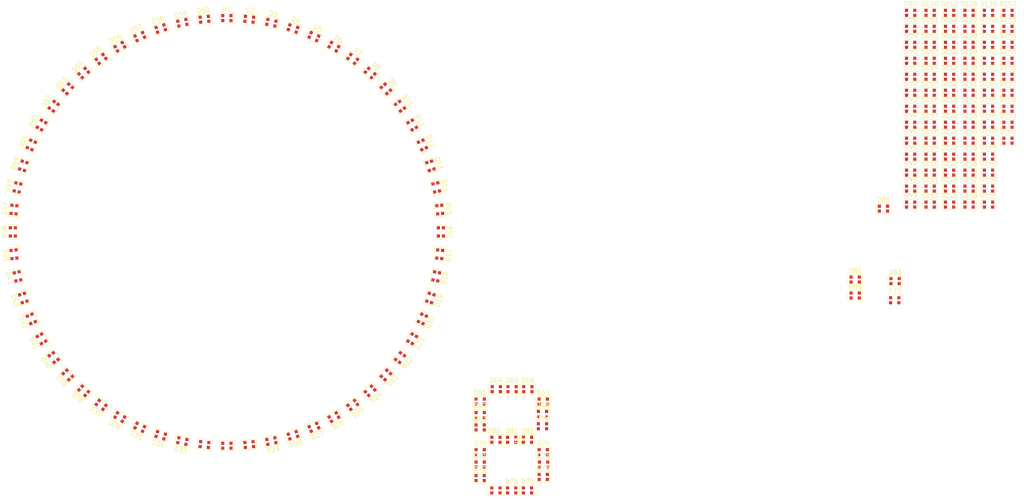
<source format=kicad_pcb>
(kicad_pcb (version 20240108) (generator "pcbnew") (generator_version "8.0")
  (layers (0 "F.Cu" signal) (31 "B.Cu" signal) (34 "B.Paste" user) (35 "F.Paste" user) (36 "B.SilkS" user "B.Silkscreen") (37 "F.SilkS" user "F.Silkscreen") (38 "B.Mask" user) (39 "F.Mask" user) (44 "Edge.Cuts" user))
  (net 0 "")
  (footprint "LED_SMD:LED_WS2812B-2020_PLCC4_2.0x2.0mm" (layer "F.Cu") (at 53.131645 71.15425 84)
    (property "Reference" "D47" (at 0 -2 84) (layer "F.SilkS"))
    (property "Value" "WS2812B")
    (pad "1" smd rect (at -0.915 -0.55 84) (size 0.7 0.7) (layers "F.Cu" "F.Paste" "F.Mask"))
    (pad "2" smd rect (at -0.915 0.549999 84) (size 0.7 0.7) (layers "F.Cu" "F.Paste" "F.Mask"))
    (pad "3" smd rect (at 0.915 0.55 84) (size 0.7 0.7) (layers "F.Cu" "F.Paste" "F.Mask"))
    (pad "4" smd rect (at 0.915 -0.549999 84) (size 0.7 0.7) (layers "F.Cu" "F.Paste" "F.Mask"))
  )
  (footprint "LED_SMD:LED_WS2812B-2020_PLCC4_2.0x2.0mm" (layer "F.Cu") (at 252.125 41.65)
    (property "Reference" "D91" (at 0 -2 0) (layer "F.SilkS"))
    (property "Value" "WS2812B")
    (pad "1" smd rect (at -0.915 -0.55) (size 0.7 0.7) (layers "F.Cu" "F.Paste" "F.Mask"))
    (pad "2" smd rect (at -0.915 0.55) (size 0.7 0.7) (layers "F.Cu" "F.Paste" "F.Mask"))
    (pad "3" smd rect (at 0.915 0.55) (size 0.7 0.7) (layers "F.Cu" "F.Paste" "F.Mask"))
    (pad "4" smd rect (at 0.915 -0.55) (size 0.7 0.7) (layers "F.Cu" "F.Paste" "F.Mask"))
  )
  (footprint "LED_SMD:LED_WS2812B-2020_PLCC4_2.0x2.0mm" (layer "F.Cu") (at 239.815 90.25)
    (property "Reference" "D85" (at 0 -2 0) (layer "F.SilkS"))
    (property "Value" "WS2812B")
    (pad "1" smd rect (at -0.915 -0.55) (size 0.7 0.7) (layers "F.Cu" "F.Paste" "F.Mask"))
    (pad "2" smd rect (at -0.915 0.55) (size 0.7 0.7) (layers "F.Cu" "F.Paste" "F.Mask"))
    (pad "3" smd rect (at 0.915 0.55) (size 0.7 0.7) (layers "F.Cu" "F.Paste" "F.Mask"))
    (pad "4" smd rect (at 0.915 -0.55) (size 0.7 0.7) (layers "F.Cu" "F.Paste" "F.Mask"))
  )
  (footprint "LED_SMD:LED_WS2812B-2020_PLCC4_2.0x2.0mm" (layer "F.Cu") (at 132.155139 40.819973 -42)
    (property "Reference" "D8" (at 0 -2 -42) (layer "F.SilkS"))
    (property "Value" "WS2812B")
    (pad "1" smd rect (at -0.915 -0.55 318) (size 0.7 0.7) (layers "F.Cu" "F.Paste" "F.Mask"))
    (pad "2" smd rect (at -0.915 0.55 318) (size 0.7 0.7) (layers "F.Cu" "F.Paste" "F.Mask"))
    (pad "3" smd rect (at 0.915 0.55 318) (size 0.7 0.7) (layers "F.Cu" "F.Paste" "F.Mask"))
    (pad "4" smd rect (at 0.915 -0.55 318) (size 0.7 0.7) (layers "F.Cu" "F.Paste" "F.Mask"))
  )
  (footprint "LED_SMD:LED_WS2812B-2020_PLCC4_2.0x2.0mm" (layer "F.Cu") (at 56.978026 56.799362 66)
    (property "Reference" "D50" (at 0.000001 -2 66) (layer "F.SilkS"))
    (property "Value" "WS2812B")
    (pad "1" smd rect (at -0.915 -0.55 66) (size 0.7 0.7) (layers "F.Cu" "F.Paste" "F.Mask"))
    (pad "2" smd rect (at -0.915 0.55 66) (size 0.7 0.7) (layers "F.Cu" "F.Paste" "F.Mask"))
    (pad "3" smd rect (at 0.915 0.55 66) (size 0.7 0.7) (layers "F.Cu" "F.Paste" "F.Mask"))
    (pad "4" smd rect (at 0.915 -0.55 66) (size 0.7 0.7) (layers "F.Cu" "F.Paste" "F.Mask"))
  )
  (footprint "LED_SMD:LED_WS2812B-2020_PLCC4_2.0x2.0mm" (layer "F.Cu") (at 265.085 59.4)
    (property "Reference" "D135" (at 0 -2 0) (layer "F.SilkS"))
    (property "Value" "WS2812B")
    (pad "1" smd rect (at -0.915 -0.55) (size 0.7 0.7) (layers "F.Cu" "F.Paste" "F.Mask"))
    (pad "2" smd rect (at -0.915 0.55) (size 0.7 0.7) (layers "F.Cu" "F.Paste" "F.Mask"))
    (pad "3" smd rect (at 0.915 0.55) (size 0.7 0.7) (layers "F.Cu" "F.Paste" "F.Mask"))
    (pad "4" smd rect (at 0.915 -0.55) (size 0.7 0.7) (layers "F.Cu" "F.Paste" "F.Mask"))
  )
  (footprint "LED_SMD:LED_WS2812B-2020_PLCC4_2.0x2.0mm" (layer "F.Cu") (at 119.691426 119.512762 -156)
    (property "Reference" "D27" (at 0 -1.999999 -156) (layer "F.SilkS"))
    (property "Value" "WS2812B")
    (pad "1" smd rect (at -0.915 -0.55 204) (size 0.7 0.7) (layers "F.Cu" "F.Paste" "F.Mask"))
    (pad "2" smd rect (at -0.915 0.55 204) (size 0.7 0.7) (layers "F.Cu" "F.Paste" "F.Mask"))
    (pad "3" smd rect (at 0.915 0.55 204) (size 0.7 0.7) (layers "F.Cu" "F.Paste" "F.Mask"))
    (pad "4" smd rect (at 0.915 -0.55 204) (size 0.7 0.7) (layers "F.Cu" "F.Paste" "F.Mask"))
  )
  (footprint "LED_SMD:LED_WS2812B-2020_PLCC4_2.0x2.0mm" (layer "F.Cu") (at 72.451636 114.54766 144)
    (property "Reference" "D37" (at 0.000001 -1.999999 144) (layer "F.SilkS"))
    (property "Value" "WS2812B")
    (pad "1" smd rect (at -0.915 -0.55 144) (size 0.7 0.7) (layers "F.Cu" "F.Paste" "F.Mask"))
    (pad "2" smd rect (at -0.915 0.55 144) (size 0.7 0.7) (layers "F.Cu" "F.Paste" "F.Mask"))
    (pad "3" smd rect (at 0.915 0.55 144) (size 0.7 0.7) (layers "F.Cu" "F.Paste" "F.Mask"))
    (pad "4" smd rect (at 0.915 -0.55 144) (size 0.7 0.7) (layers "F.Cu" "F.Paste" "F.Mask"))
  )
  (footprint "LED_SMD:LED_WS2812B-2020_PLCC4_2.0x2.0mm" (layer "F.Cu") (at 256.445 41.65)
    (property "Reference" "D104" (at 0 -2 0) (layer "F.SilkS"))
    (property "Value" "WS2812B")
    (pad "1" smd rect (at -0.915 -0.55) (size 0.7 0.7) (layers "F.Cu" "F.Paste" "F.Mask"))
    (pad "2" smd rect (at -0.915 0.55) (size 0.7 0.7) (layers "F.Cu" "F.Paste" "F.Mask"))
    (pad "3" smd rect (at 0.915 0.55) (size 0.7 0.7) (layers "F.Cu" "F.Paste" "F.Mask"))
    (pad "4" smd rect (at 0.915 -0.55) (size 0.7 0.7) (layers "F.Cu" "F.Paste" "F.Mask"))
  )
  (footprint "LED_SMD:LED_WS2812B-2020_PLCC4_2.0x2.0mm" (layer "F.Cu") (at 128.291235 114.54766 -144)
    (property "Reference" "D25" (at 0 -1.999999 -144) (layer "F.SilkS"))
    (property "Value" "WS2812B")
    (pad "1" smd rect (at -0.915 -0.55 216) (size 0.7 0.7) (layers "F.Cu" "F.Paste" "F.Mask"))
    (pad "2" smd rect (at -0.915 0.55 216) (size 0.7 0.7) (layers "F.Cu" "F.Paste" "F.Mask"))
    (pad "3" smd rect (at 0.915 0.55 216) (size 0.7 0.7) (layers "F.Cu" "F.Paste" "F.Mask"))
    (pad "4" smd rect (at 0.915 -0.55 216) (size 0.7 0.7) (layers "F.Cu" "F.Paste" "F.Mask"))
  )
  (footprint "LED_SMD:LED_WS2812B-2020_PLCC4_2.0x2.0mm" (layer "F.Cu") (at 163.585 133.55)
    (property "Reference" "D78" (at 0 -2 0) (layer "F.SilkS"))
    (property "Value" "WS2812B")
    (pad "1" smd rect (at -0.915 -0.55) (size 0.7 0.7) (layers "F.Cu" "F.Paste" "F.Mask"))
    (pad "2" smd rect (at -0.915 0.55) (size 0.7 0.7) (layers "F.Cu" "F.Paste" "F.Mask"))
    (pad "3" smd rect (at 0.915 0.55) (size 0.7 0.7) (layers "F.Cu" "F.Paste" "F.Mask"))
    (pad "4" smd rect (at 0.915 -0.55) (size 0.7 0.7) (layers "F.Cu" "F.Paste" "F.Mask"))
  )
  (footprint "LED_SMD:LED_WS2812B-2020_PLCC4_2.0x2.0mm" (layer "F.Cu") (at 273.725 55.85)
    (property "Reference" "D160" (at 0 -2 0) (layer "F.SilkS"))
    (property "Value" "WS2812B")
    (pad "1" smd rect (at -0.915 -0.55) (size 0.7 0.7) (layers "F.Cu" "F.Paste" "F.Mask"))
    (pad "2" smd rect (at -0.915 0.55) (size 0.7 0.7) (layers "F.Cu" "F.Paste" "F.Mask"))
    (pad "3" smd rect (at 0.915 0.55) (size 0.7 0.7) (layers "F.Cu" "F.Paste" "F.Mask"))
    (pad "4" smd rect (at 0.915 -0.55) (size 0.7 0.7) (layers "F.Cu" "F.Paste" "F.Mask"))
  )
  (footprint "LED_SMD:LED_WS2812B-2020_PLCC4_2.0x2.0mm" (layer "F.Cu") (at 273.725 31)
    (property "Reference" "D153" (at 0 -2 0) (layer "F.SilkS"))
    (property "Value" "WS2812B")
    (pad "1" smd rect (at -0.915 -0.55) (size 0.7 0.7) (layers "F.Cu" "F.Paste" "F.Mask"))
    (pad "2" smd rect (at -0.915 0.55) (size 0.7 0.7) (layers "F.Cu" "F.Paste" "F.Mask"))
    (pad "3" smd rect (at 0.915 0.55) (size 0.7 0.7) (layers "F.Cu" "F.Paste" "F.Mask"))
    (pad "4" smd rect (at 0.915 -0.55) (size 0.7 0.7) (layers "F.Cu" "F.Paste" "F.Mask"))
  )
  (footprint "LED_SMD:LED_WS2812B-2020_PLCC4_2.0x2.0mm" (layer "F.Cu") (at 81.051445 32.725943 24)
    (property "Reference" "D57" (at -0.000001 -2 24) (layer "F.SilkS"))
    (property "Value" "WS2812B")
    (pad "1" smd rect (at -0.915 -0.55 24) (size 0.7 0.7) (layers "F.Cu" "F.Paste" "F.Mask"))
    (pad "2" smd rect (at -0.915 0.55 24) (size 0.7 0.7) (layers "F.Cu" "F.Paste" "F.Mask"))
    (pad "3" smd rect (at 0.915 0.55 24) (size 0.7 0.7) (layers "F.Cu" "F.Paste" "F.Mask"))
    (pad "4" smd rect (at 0.915 -0.55 24) (size 0.7 0.7) (layers "F.Cu" "F.Paste" "F.Mask"))
  )
  (footprint "LED_SMD:LED_WS2812B-2020_PLCC4_2.0x2.0mm" (layer "F.Cu") (at 265.085 48.75)
    (property "Reference" "D132" (at 0 -2 0) (layer "F.SilkS"))
    (property "Value" "WS2812B")
    (pad "1" smd rect (at -0.915 -0.55) (size 0.7 0.7) (layers "F.Cu" "F.Paste" "F.Mask"))
    (pad "2" smd rect (at -0.915 0.55) (size 0.7 0.7) (layers "F.Cu" "F.Paste" "F.Mask"))
    (pad "3" smd rect (at 0.915 0.55) (size 0.7 0.7) (layers "F.Cu" "F.Paste" "F.Mask"))
    (pad "4" smd rect (at 0.915 -0.55) (size 0.7 0.7) (layers "F.Cu" "F.Paste" "F.Mask"))
  )
  (footprint "LED_SMD:LED_WS2812B-2020_PLCC4_2.0x2.0mm" (layer "F.Cu") (at 147.611226 81.084455 -96)
    (property "Reference" "D17" (at -0.000001 -1.999999 -96) (layer "F.SilkS"))
    (property "Value" "WS2812B")
    (pad "1" smd rect (at -0.915 -0.55 264) (size 0.7 0.7) (layers "F.Cu" "F.Paste" "F.Mask"))
    (pad "2" smd rect (at -0.915 0.549999 264) (size 0.7 0.7) (layers "F.Cu" "F.Paste" "F.Mask"))
    (pad "3" smd rect (at 0.915 0.55 264) (size 0.7 0.7) (layers "F.Cu" "F.Paste" "F.Mask"))
    (pad "4" smd rect (at 0.915 -0.549999 264) (size 0.7 0.7) (layers "F.Cu" "F.Paste" "F.Mask"))
  )
  (footprint "LED_SMD:LED_WS2812B-2020_PLCC4_2.0x2.0mm" (layer "F.Cu") (at 273.725 52.3)
    (property "Reference" "D159" (at 0 -2 0) (layer "F.SilkS"))
    (property "Value" "WS2812B")
    (pad "1" smd rect (at -0.915 -0.55) (size 0.7 0.7) (layers "F.Cu" "F.Paste" "F.Mask"))
    (pad "2" smd rect (at -0.915 0.55) (size 0.7 0.7) (layers "F.Cu" "F.Paste" "F.Mask"))
    (pad "3" smd rect (at 0.915 0.55) (size 0.7 0.7) (layers "F.Cu" "F.Paste" "F.Mask"))
    (pad "4" smd rect (at 0.915 -0.55) (size 0.7 0.7) (layers "F.Cu" "F.Paste" "F.Mask"))
  )
  (footprint "LED_SMD:LED_WS2812B-2020_PLCC4_2.0x2.0mm" (layer "F.Cu") (at 260.765 59.4)
    (property "Reference" "D122" (at 0 -2 0) (layer "F.SilkS"))
    (property "Value" "WS2812B")
    (pad "1" smd rect (at -0.915 -0.55) (size 0.7 0.7) (layers "F.Cu" "F.Paste" "F.Mask"))
    (pad "2" smd rect (at -0.915 0.55) (size 0.7 0.7) (layers "F.Cu" "F.Paste" "F.Mask"))
    (pad "3" smd rect (at 0.915 0.55) (size 0.7 0.7) (layers "F.Cu" "F.Paste" "F.Mask"))
    (pad "4" smd rect (at 0.915 -0.55) (size 0.7 0.7) (layers "F.Cu" "F.Paste" "F.Mask"))
  )
  (footprint "LED_SMD:LED_WS2812B-2020_PLCC4_2.0x2.0mm" (layer "F.Cu") (at 265.085 70.05)
    (property "Reference" "D138" (at 0 -2 0) (layer "F.SilkS"))
    (property "Value" "WS2812B")
    (pad "1" smd rect (at -0.915 -0.55) (size 0.7 0.7) (layers "F.Cu" "F.Paste" "F.Mask"))
    (pad "2" smd rect (at -0.915 0.55) (size 0.7 0.7) (layers "F.Cu" "F.Paste" "F.Mask"))
    (pad "3" smd rect (at 0.915 0.55) (size 0.7 0.7) (layers "F.Cu" "F.Paste" "F.Mask"))
    (pad "4" smd rect (at 0.915 -0.55) (size 0.7 0.7) (layers "F.Cu" "F.Paste" "F.Mask"))
  )
  (footprint "LED_SMD:LED_WS2812B-2020_PLCC4_2.0x2.0mm" (layer "F.Cu") (at 95.406333 123.359143 174)
    (property "Reference" "D32" (hide yes))
    (property "Value" "WS2812B")
    (pad "1" smd rect (at -0.915 -0.55 174) (size 0.7 0.7) (layers "F.Cu" "F.Paste" "F.Mask"))
    (pad "2" smd rect (at -0.915 0.549999 174) (size 0.7 0.7) (layers "F.Cu" "F.Paste" "F.Mask"))
    (pad "3" smd rect (at 0.915 0.55 174) (size 0.7 0.7) (layers "F.Cu" "F.Paste" "F.Mask"))
    (pad "4" smd rect (at 0.915 -0.549999 174) (size 0.7 0.7) (layers "F.Cu" "F.Paste" "F.Mask"))
  )
  (footprint "LED_SMD:LED_WS2812B-2020_PLCC4_2.0x2.0mm" (layer "F.Cu") (at 53.909424 66.243547 78)
    (property "Reference" "D48" (at 0 -2.000001 78) (layer "F.SilkS"))
    (property "Value" "WS2812B")
    (pad "1" smd rect (at -0.915 -0.55 78) (size 0.7 0.7) (layers "F.Cu" "F.Paste" "F.Mask"))
    (pad "2" smd rect (at -0.915 0.55 78) (size 0.7 0.7) (layers "F.Cu" "F.Paste" "F.Mask"))
    (pad "3" smd rect (at 0.915 0.55 78) (size 0.7 0.7) (layers "F.Cu" "F.Paste" "F.Mask"))
    (pad "4" smd rect (at 0.915 -0.55 78) (size 0.7 0.7) (layers "F.Cu" "F.Paste" "F.Mask"))
  )
  (footprint "LED_SMD:LED_WS2812B-2020_PLCC4_2.0x2.0mm" (layer "F.Cu") (at 252.125 27.45)
    (property "Reference" "D87" (at 0 -2 0) (layer "F.SilkS"))
    (property "Value" "WS2812B" (hide yes))
    (pad "1" smd rect (at -0.915 -0.55) (size 0.7 0.7) (layers "F.Cu" "F.Paste" "F.Mask"))
    (pad "2" smd rect (at -0.915 0.55) (size 0.7 0.7) (layers "F.Cu" "F.Paste" "F.Mask"))
    (pad "3" smd rect (at 0.915 0.55) (size 0.7 0.7) (layers "F.Cu" "F.Paste" "F.Mask"))
    (pad "4" smd rect (at 0.915 -0.55) (size 0.7 0.7) (layers "F.Cu" "F.Paste" "F.Mask"))
  )
  (footprint "LED_SMD:LED_WS2812B-2020_PLCC4_2.0x2.0mm" (layer "F.Cu") (at 260.765 52.3)
    (property "Reference" "D120" (at 0 -2 0) (layer "F.SilkS"))
    (property "Value" "WS2812B")
    (pad "1" smd rect (at -0.915 -0.55) (size 0.7 0.7) (layers "F.Cu" "F.Paste" "F.Mask"))
    (pad "2" smd rect (at -0.915 0.55) (size 0.7 0.7) (layers "F.Cu" "F.Paste" "F.Mask"))
    (pad "3" smd rect (at 0.915 0.55) (size 0.7 0.7) (layers "F.Cu" "F.Paste" "F.Mask"))
    (pad "4" smd rect (at 0.915 -0.55) (size 0.7 0.7) (layers "F.Cu" "F.Paste" "F.Mask"))
  )
  (footprint "LED_SMD:LED_WS2812B-2020_PLCC4_2.0x2.0mm" (layer "F.Cu") (at 90.49563 122.581364 168)
    (property "Reference" "D33" (at 0.000001 -2 168) (layer "F.SilkS"))
    (property "Value" "WS2812B")
    (pad "1" smd rect (at -0.915 -0.55 168) (size 0.7 0.7) (layers "F.Cu" "F.Paste" "F.Mask"))
    (pad "2" smd rect (at -0.915 0.55 168) (size 0.7 0.7) (layers "F.Cu" "F.Paste" "F.Mask"))
    (pad "3" smd rect (at 0.915 0.55 168) (size 0.7 0.7) (layers "F.Cu" "F.Paste" "F.Mask"))
    (pad "4" smd rect (at 0.915 -0.55 168) (size 0.7 0.7) (layers "F.Cu" "F.Paste" "F.Mask"))
  )
  (footprint "LED_SMD:LED_WS2812B-2020_PLCC4_2.0x2.0mm" (layer "F.Cu") (at 252.125 55.85)
    (property "Reference" "D95" (at 0 -2 0) (layer "F.SilkS"))
    (property "Value" "WS2812B")
    (pad "1" smd rect (at -0.915 -0.55) (size 0.7 0.7) (layers "F.Cu" "F.Paste" "F.Mask"))
    (pad "2" smd rect (at -0.915 0.55) (size 0.7 0.7) (layers "F.Cu" "F.Paste" "F.Mask"))
    (pad "3" smd rect (at 0.915 0.55) (size 0.7 0.7) (layers "F.Cu" "F.Paste" "F.Mask"))
    (pad "4" smd rect (at 0.915 -0.55) (size 0.7 0.7) (layers "F.Cu" "F.Paste" "F.Mask"))
  )
  (footprint "LED_SMD:LED_WS2812B-2020_PLCC4_2.0x2.0mm" (layer "F.Cu") (at 256.445 31)
    (property "Reference" "D101" (at 0 -2 0) (layer "F.SilkS"))
    (property "Value" "WS2812B")
    (pad "1" smd rect (at -0.915 -0.55) (size 0.7 0.7) (layers "F.Cu" "F.Paste" "F.Mask"))
    (pad "2" smd rect (at -0.915 0.55) (size 0.7 0.7) (layers "F.Cu" "F.Paste" "F.Mask"))
    (pad "3" smd rect (at 0.915 0.55) (size 0.7 0.7) (layers "F.Cu" "F.Paste" "F.Mask"))
    (pad "4" smd rect (at 0.915 -0.55) (size 0.7 0.7) (layers "F.Cu" "F.Paste" "F.Mask"))
  )
  (footprint "LED_SMD:LED_WS2812B-2020_PLCC4_2.0x2.0mm" (layer "F.Cu") (at 156.585 125.05)
    (property "Reference" "D70" (at 0 -2 0) (layer "F.SilkS"))
    (property "Value" "WS2812B")
    (pad "1" smd rect (at -0.915 -0.55) (size 0.7 0.7) (layers "F.Cu" "F.Paste" "F.Mask"))
    (pad "2" smd rect (at -0.915 0.55) (size 0.7 0.7) (layers "F.Cu" "F.Paste" "F.Mask"))
    (pad "3" smd rect (at 0.915 0.55) (size 0.7 0.7) (layers "F.Cu" "F.Paste" "F.Mask"))
    (pad "4" smd rect (at 0.915 -0.55) (size 0.7 0.7) (layers "F.Cu" "F.Paste" "F.Mask"))
  )
  (footprint "LED_SMD:LED_WS2812B-2020_PLCC4_2.0x2.0mm" (layer "F.Cu") (at 141.507642 99.869352 -120)
    (property "Reference" "D21" (at 0 -1.999999 -120) (layer "F.SilkS"))
    (property "Value" "WS2812B")
    (pad "1" smd rect (at -0.915 -0.55 240) (size 0.7 0.7) (layers "F.Cu" "F.Paste" "F.Mask"))
    (pad "2" smd rect (at -0.915 0.55 240) (size 0.7 0.7) (layers "F.Cu" "F.Paste" "F.Mask"))
    (pad "3" smd rect (at 0.915 0.55 240) (size 0.7 0.7) (layers "F.Cu" "F.Paste" "F.Mask"))
    (pad "4" smd rect (at 0.915 -0.55 240) (size 0.7 0.7) (layers "F.Cu" "F.Paste" "F.Mask"))
  )
  (footprint "LED_SMD:LED_WS2812B-2020_PLCC4_2.0x2.0mm" (layer "F.Cu") (at 256.445 55.85)
    (property "Reference" "D108" (at 0 -2 0) (layer "F.SilkS"))
    (property "Value" "WS2812B")
    (pad "1" smd rect (at -0.915 -0.55) (size 0.7 0.7) (layers "F.Cu" "F.Paste" "F.Mask"))
    (pad "2" smd rect (at -0.915 0.55) (size 0.7 0.7) (layers "F.Cu" "F.Paste" "F.Mask"))
    (pad "3" smd rect (at 0.915 0.55) (size 0.7 0.7) (layers "F.Cu" "F.Paste" "F.Mask"))
    (pad "4" smd rect (at 0.915 -0.55) (size 0.7 0.7) (layers "F.Cu" "F.Paste" "F.Mask"))
  )
  (footprint "LED_SMD:LED_WS2812B-2020_PLCC4_2.0x2.0mm" (layer "F.Cu") (at 170.585 125.05)
    (property "Reference" "D74" (at 0 -2 0) (layer "F.SilkS"))
    (property "Value" "WS2812B")
    (pad "1" smd rect (at -0.915 -0.55) (size 0.7 0.7) (layers "F.Cu" "F.Paste" "F.Mask"))
    (pad "2" smd rect (at -0.915 0.55) (size 0.7 0.7) (layers "F.Cu" "F.Paste" "F.Mask"))
    (pad "3" smd rect (at 0.915 0.55) (size 0.7 0.7) (layers "F.Cu" "F.Paste" "F.Mask"))
    (pad "4" smd rect (at 0.915 -0.55) (size 0.7 0.7) (layers "F.Cu" "F.Paste" "F.Mask"))
  )
  (footprint "LED_SMD:LED_WS2812B-2020_PLCC4_2.0x2.0mm" (layer "F.Cu") (at 76.621435 34.983146 30)
    (property "Reference" "D56" (at 0 -2 30) (layer "F.SilkS"))
    (property "Value" "WS2812B")
    (pad "1" smd rect (at -0.915 -0.55 30) (size 0.7 0.7) (layers "F.Cu" "F.Paste" "F.Mask"))
    (pad "2" smd rect (at -0.915 0.55 30) (size 0.7 0.7) (layers "F.Cu" "F.Paste" "F.Mask"))
    (pad "3" smd rect (at 0.915 0.55 30) (size 0.7 0.7) (layers "F.Cu" "F.Paste" "F.Mask"))
    (pad "4" smd rect (at 0.915 -0.55 30) (size 0.7 0.7) (layers "F.Cu" "F.Paste" "F.Mask"))
  )
  (footprint "LED_SMD:LED_WS2812B-2020_PLCC4_2.0x2.0mm" (layer "F.Cu") (at 143.764845 56.799362 -66)
    (property "Reference" "D12" (at -0.000001 -1.999999 -66) (layer "F.SilkS"))
    (property "Value" "WS2812B")
    (pad "1" smd rect (at -0.915 -0.55 294) (size 0.7 0.7) (layers "F.Cu" "F.Paste" "F.Mask"))
    (pad "2" smd rect (at -0.915 0.55 294) (size 0.7 0.7) (layers "F.Cu" "F.Paste" "F.Mask"))
    (pad "3" smd rect (at 0.915 0.55 294) (size 0.7 0.7) (layers "F.Cu" "F.Paste" "F.Mask"))
    (pad "4" smd rect (at 0.915 -0.55 294) (size 0.7 0.7) (layers "F.Cu" "F.Paste" "F.Mask"))
  )
  (footprint "LED_SMD:LED_WS2812B-2020_PLCC4_2.0x2.0mm" (layer "F.Cu") (at 246.085 70.95)
    (property "Reference" "D86" (at 0 -2 0) (layer "F.SilkS"))
    (property "Value" "WS2812B")
    (pad "1" smd rect (at -0.915 -0.55) (size 0.7 0.7) (layers "F.Cu" "F.Paste" "F.Mask"))
    (pad "2" smd rect (at -0.915 0.55) (size 0.7 0.7) (layers "F.Cu" "F.Paste" "F.Mask"))
    (pad "3" smd rect (at 0.915 0.55) (size 0.7 0.7) (layers "F.Cu" "F.Paste" "F.Mask"))
    (pad "4" smd rect (at 0.915 -0.55) (size 0.7 0.7) (layers "F.Cu" "F.Paste" "F.Mask"))
  )
  (footprint "LED_SMD:LED_WS2812B-2020_PLCC4_2.0x2.0mm" (layer "F.Cu") (at 59.235229 99.869353 120)
    (property "Reference" "D41" (at 0 -2 120) (layer "F.SilkS"))
    (property "Value" "WS2812B")
    (pad "1" smd rect (at -0.915 -0.55 120) (size 0.7 0.7) (layers "F.Cu" "F.Paste" "F.Mask"))
    (pad "2" smd rect (at -0.915 0.55 120) (size 0.7 0.7) (layers "F.Cu" "F.Paste" "F.Mask"))
    (pad "3" smd rect (at 0.915 0.55 120) (size 0.7 0.7) (layers "F.Cu" "F.Paste" "F.Mask"))
    (pad "4" smd rect (at 0.915 -0.55 120) (size 0.7 0.7) (layers "F.Cu" "F.Paste" "F.Mask"))
  )
  (footprint "LED_SMD:LED_WS2812B-2020_PLCC4_2.0x2.0mm" (layer "F.Cu") (at 256.445 62.95)
    (property "Reference" "D110" (at 0 -2 0) (layer "F.SilkS"))
    (property "Value" "WS2812B")
    (pad "1" smd rect (at -0.915 -0.55) (size 0.7 0.7) (layers "F.Cu" "F.Paste" "F.Mask"))
    (pad "2" smd rect (at -0.915 0.55) (size 0.7 0.7) (layers "F.Cu" "F.Paste" "F.Mask"))
    (pad "3" smd rect (at 0.915 0.55) (size 0.7 0.7) (layers "F.Cu" "F.Paste" "F.Mask"))
    (pad "4" smd rect (at 0.915 -0.55) (size 0.7 0.7) (layers "F.Cu" "F.Paste" "F.Mask"))
  )
  (footprint "LED_SMD:LED_WS2812B-2020_PLCC4_2.0x2.0mm" (layer "F.Cu") (at 145.54662 61.441045 -72)
    (property "Reference" "D13" (at 0 -2 -72) (layer "F.SilkS"))
    (property "Value" "WS2812B")
    (pad "1" smd rect (at -0.915 -0.55 288) (size 0.7 0.7) (layers "F.Cu" "F.Paste" "F.Mask"))
    (pad "2" smd rect (at -0.915 0.55 288) (size 0.7 0.7) (layers "F.Cu" "F.Paste" "F.Mask"))
    (pad "3" smd rect (at 0.915 0.55 288) (size 0.7 0.7) (layers "F.Cu" "F.Paste" "F.Mask"))
    (pad "4" smd rect (at 0.915 -0.55 288) (size 0.7 0.7) (layers "F.Cu" "F.Paste" "F.Mask"))
  )
  (footprint "LED_SMD:LED_WS2812B-2020_PLCC4_2.0x2.0mm" (layer "F.Cu") (at 163.665 111.05)
    (property "Reference" "D65" (at 0 -2 0) (layer "F.SilkS"))
    (property "Value" "WS2812B")
    (pad "1" smd rect (at -0.915 -0.55) (size 0.7 0.7) (layers "F.Cu" "F.Paste" "F.Mask"))
    (pad "2" smd rect (at -0.915 0.55) (size 0.7 0.7) (layers "F.Cu" "F.Paste" "F.Mask"))
    (pad "3" smd rect (at 0.915 0.55) (size 0.7 0.7) (layers "F.Cu" "F.Paste" "F.Mask"))
    (pad "4" smd rect (at 0.915 -0.55) (size 0.7 0.7) (layers "F.Cu" "F.Paste" "F.Mask"))
  )
  (footprint "LED_SMD:LED_WS2812B-2020_PLCC4_2.0x2.0mm" (layer "F.Cu") (at 256.445 34.55)
    (property "Reference" "D102" (at 0 -2 0) (layer "F.SilkS"))
    (property "Value" "WS2812B")
    (pad "1" smd rect (at -0.915 -0.55) (size 0.7 0.7) (layers "F.Cu" "F.Paste" "F.Mask"))
    (pad "2" smd rect (at -0.915 0.55) (size 0.7 0.7) (layers "F.Cu" "F.Paste" "F.Mask"))
    (pad "3" smd rect (at 0.915 0.55) (size 0.7 0.7) (layers "F.Cu" "F.Paste" "F.Mask"))
    (pad "4" smd rect (at 0.915 -0.55) (size 0.7 0.7) (layers "F.Cu" "F.Paste" "F.Mask"))
  )
  (footprint "LED_SMD:LED_WS2812B-2020_PLCC4_2.0x2.0mm" (layer "F.Cu") (at 265.085 38.1)
    (property "Reference" "D129" (at 0 -2 0) (layer "F.SilkS"))
    (property "Value" "WS2812B")
    (pad "1" smd rect (at -0.915 -0.55) (size 0.7 0.7) (layers "F.Cu" "F.Paste" "F.Mask"))
    (pad "2" smd rect (at -0.915 0.55) (size 0.7 0.7) (layers "F.Cu" "F.Paste" "F.Mask"))
    (pad "3" smd rect (at 0.915 0.55) (size 0.7 0.7) (layers "F.Cu" "F.Paste" "F.Mask"))
    (pad "4" smd rect (at 0.915 -0.55) (size 0.7 0.7) (layers "F.Cu" "F.Paste" "F.Mask"))
  )
  (footprint "LED_SMD:LED_WS2812B-2020_PLCC4_2.0x2.0mm" (layer "F.Cu") (at 273.725 27.45)
    (property "Reference" "D152" (at 0 -2 0) (layer "F.SilkS"))
    (property "Value" "WS2812B")
    (pad "1" smd rect (at -0.915 -0.55) (size 0.7 0.7) (layers "F.Cu" "F.Paste" "F.Mask"))
    (pad "2" smd rect (at -0.915 0.55) (size 0.7 0.7) (layers "F.Cu" "F.Paste" "F.Mask"))
    (pad "3" smd rect (at 0.915 0.55) (size 0.7 0.7) (layers "F.Cu" "F.Paste" "F.Mask"))
    (pad "4" smd rect (at 0.915 -0.55) (size 0.7 0.7) (layers "F.Cu" "F.Paste" "F.Mask"))
  )
  (footprint "LED_SMD:LED_WS2812B-2020_PLCC4_2.0x2.0mm" (layer "F.Cu") (at 90.49563 29.657341 12)
    (property "Reference" "D59" (at 0 -2.000001 12) (layer "F.SilkS"))
    (property "Value" "WS2812B")
    (pad "1" smd rect (at -0.915 -0.55 12) (size 0.7 0.7) (layers "F.Cu" "F.Paste" "F.Mask"))
    (pad "2" smd rect (at -0.915 0.55 12) (size 0.7 0.7) (layers "F.Cu" "F.Paste" "F.Mask"))
    (pad "3" smd rect (at 0.915 0.55 12) (size 0.7 0.7) (layers "F.Cu" "F.Paste" "F.Mask"))
    (pad "4" smd rect (at 0.915 -0.55 12) (size 0.7 0.7) (layers "F.Cu" "F.Paste" "F.Mask"))
  )
  (footprint "LED_SMD:LED_WS2812B-2020_PLCC4_2.0x2.0mm" (layer "F.Cu") (at 124.121436 34.983146 -30)
    (property "Reference" "D6" (at 0 -2 -30) (layer "F.SilkS"))
    (property "Value" "WS2812B")
    (pad "1" smd rect (at -0.915 -0.55 330) (size 0.7 0.7) (layers "F.Cu" "F.Paste" "F.Mask"))
    (pad "2" smd rect (at -0.915 0.55 330) (size 0.7 0.7) (layers "F.Cu" "F.Paste" "F.Mask"))
    (pad "3" smd rect (at 0.915 0.55 330) (size 0.7 0.7) (layers "F.Cu" "F.Paste" "F.Mask"))
    (pad "4" smd rect (at 0.915 -0.55 330) (size 0.7 0.7) (layers "F.Cu" "F.Paste" "F.Mask"))
  )
  (footprint "LED_SMD:LED_WS2812B-2020_PLCC4_2.0x2.0mm" (layer "F.Cu") (at 256.445 38.1)
    (property "Reference" "D103" (at 0 -2 0) (layer "F.SilkS"))
    (property "Value" "WS2812B")
    (pad "1" smd rect (at -0.915 -0.55) (size 0.7 0.7) (layers "F.Cu" "F.Paste" "F.Mask"))
    (pad "2" smd rect (at -0.915 0.55) (size 0.7 0.7) (layers "F.Cu" "F.Paste" "F.Mask"))
    (pad "3" smd rect (at 0.915 0.55) (size 0.7 0.7) (layers "F.Cu" "F.Paste" "F.Mask"))
    (pad "4" smd rect (at 0.915 -0.55) (size 0.7 0.7) (layers "F.Cu" "F.Paste" "F.Mask"))
  )
  (footprint "LED_SMD:LED_WS2812B-2020_PLCC4_2.0x2.0mm" (layer "F.Cu") (at 252.125 31)
    (property "Reference" "D88" (at 0 -2 0) (layer "F.SilkS"))
    (property "Value" "WS2812B")
    (pad "1" smd rect (at -0.915 -0.55) (size 0.7 0.7) (layers "F.Cu" "F.Paste" "F.Mask"))
    (pad "2" smd rect (at -0.915 0.55) (size 0.7 0.7) (layers "F.Cu" "F.Paste" "F.Mask"))
    (pad "3" smd rect (at 0.915 0.55) (size 0.7 0.7) (layers "F.Cu" "F.Paste" "F.Mask"))
    (pad "4" smd rect (at 0.915 -0.55) (size 0.7 0.7) (layers "F.Cu" "F.Paste" "F.Mask"))
  )
  (footprint "LED_SMD:LED_WS2812B-2020_PLCC4_2.0x2.0mm" (layer "F.Cu") (at 170.415 119.3)
    (property "Reference" "D69" (at 0 -2 0) (layer "F.SilkS"))
    (property "Value" "WS2812B")
    (pad "1" smd rect (at -0.915 -0.55) (size 0.7 0.7) (layers "F.Cu" "F.Paste" "F.Mask"))
    (pad "2" smd rect (at -0.915 0.55) (size 0.7 0.7) (layers "F.Cu" "F.Paste" "F.Mask"))
    (pad "3" smd rect (at 0.915 0.55) (size 0.7 0.7) (layers "F.Cu" "F.Paste" "F.Mask"))
    (pad "4" smd rect (at 0.915 -0.55) (size 0.7 0.7) (layers "F.Cu" "F.Paste" "F.Mask"))
  )
  (footprint "LED_SMD:LED_WS2812B-2020_PLCC4_2.0x2.0mm" (layer "F.Cu") (at 260.765 45.2)
    (property "Reference" "D118" (at 0 -2 0) (layer "F.SilkS"))
    (property "Value" "WS2812B")
    (pad "1" smd rect (at -0.915 -0.55) (size 0.7 0.7) (layers "F.Cu" "F.Paste" "F.Mask"))
    (pad "2" smd rect (at -0.915 0.55) (size 0.7 0.7) (layers "F.Cu" "F.Paste" "F.Mask"))
    (pad "3" smd rect (at 0.915 0.55) (size 0.7 0.7) (layers "F.Cu" "F.Paste" "F.Mask"))
    (pad "4" smd rect (at 0.915 -0.55) (size 0.7 0.7) (layers "F.Cu" "F.Paste" "F.Mask"))
  )
  (footprint "LED_SMD:LED_WS2812B-2020_PLCC4_2.0x2.0mm" (layer "F.Cu") (at 265.085 34.55)
    (property "Reference" "D128" (at 0 -2 0) (layer "F.SilkS"))
    (property "Value" "WS2812B")
    (pad "1" smd rect (at -0.915 -0.55) (size 0.7 0.7) (layers "F.Cu" "F.Paste" "F.Mask"))
    (pad "2" smd rect (at -0.915 0.55) (size 0.7 0.7) (layers "F.Cu" "F.Paste" "F.Mask"))
    (pad "3" smd rect (at 0.915 0.55) (size 0.7 0.7) (layers "F.Cu" "F.Paste" "F.Mask"))
    (pad "4" smd rect (at 0.915 -0.55) (size 0.7 0.7) (layers "F.Cu" "F.Paste" "F.Mask"))
  )
  (footprint "LED_SMD:LED_WS2812B-2020_PLCC4_2.0x2.0mm" (layer "F.Cu") (at 53.909424 85.995158 102)
    (property "Reference" "D44" (at 0.000001 -2.000001 102) (layer "F.SilkS"))
    (property "Value" "WS2812B")
    (pad "1" smd rect (at -0.915 -0.55 102) (size 0.7 0.7) (layers "F.Cu" "F.Paste" "F.Mask"))
    (pad "2" smd rect (at -0.915 0.55 102) (size 0.7 0.7) (layers "F.Cu" "F.Paste" "F.Mask"))
    (pad "3" smd rect (at 0.915 0.55 102) (size 0.7 0.7) (layers "F.Cu" "F.Paste" "F.Mask"))
    (pad "4" smd rect (at 0.915 -0.55 102) (size 0.7 0.7) (layers "F.Cu" "F.Paste" "F.Mask"))
  )
  (footprint "LED_SMD:LED_WS2812B-2020_PLCC4_2.0x2.0mm" (layer "F.Cu") (at 147.611226 71.15425 -84)
    (property "Reference" "D15" (at 0 -1.999999 -84) (layer "F.SilkS"))
    (property "Value" "WS2812B")
    (pad "1" smd rect (at -0.915 -0.549999 276) (size 0.7 0.7) (layers "F.Cu" "F.Paste" "F.Mask"))
    (pad "2" smd rect (at -0.915 0.55 276) (size 0.7 0.7) (layers "F.Cu" "F.Paste" "F.Mask"))
    (pad "3" smd rect (at 0.915 0.549999 276) (size 0.7 0.7) (layers "F.Cu" "F.Paste" "F.Mask"))
    (pad "4" smd rect (at 0.915 -0.55 276) (size 0.7 0.7) (layers "F.Cu" "F.Paste" "F.Mask"))
  )
  (footprint "LED_SMD:LED_WS2812B-2020_PLCC4_2.0x2.0mm" (layer "F.Cu") (at 269.405 62.95)
    (property "Reference" "D149" (at 0 -2 0) (layer "F.SilkS"))
    (property "Value" "WS2812B")
    (pad "1" smd rect (at -0.915 -0.55) (size 0.7 0.7) (layers "F.Cu" "F.Paste" "F.Mask"))
    (pad "2" smd rect (at -0.915 0.55) (size 0.7 0.7) (layers "F.Cu" "F.Paste" "F.Mask"))
    (pad "3" smd rect (at 0.915 0.55) (size 0.7 0.7) (layers "F.Cu" "F.Paste" "F.Mask"))
    (pad "4" smd rect (at 0.915 -0.55) (size 0.7 0.7) (layers "F.Cu" "F.Paste" "F.Mask"))
  )
  (footprint "LED_SMD:LED_WS2812B-2020_PLCC4_2.0x2.0mm" (layer "F.Cu") (at 160.085 133.55)
    (property "Reference" "D77" (at 5.6 -11.05 0) (layer "F.SilkS"))
    (property "Value" "WS2812B")
    (pad "1" smd rect (at -0.915 -0.55) (size 0.7 0.7) (layers "F.Cu" "F.Paste" "F.Mask"))
    (pad "2" smd rect (at -0.915 0.55) (size 0.7 0.7) (layers "F.Cu" "F.Paste" "F.Mask"))
    (pad "3" smd rect (at 0.915 0.55) (size 0.7 0.7) (layers "F.Cu" "F.Paste" "F.Mask"))
    (pad "4" smd rect (at 0.915 -0.55) (size 0.7 0.7) (layers "F.Cu" "F.Paste" "F.Mask"))
  )
  (footprint "LED_SMD:LED_WS2812B-2020_PLCC4_2.0x2.0mm" (layer "F.Cu") (at 135.670815 44.335649 -48)
    (property "Reference" "D9" (at -0.000001 -2 -48) (layer "F.SilkS"))
    (property "Value" "WS2812B")
    (pad "1" smd rect (at -0.915 -0.55 312) (size 0.7 0.7) (layers "F.Cu" "F.Paste" "F.Mask"))
    (pad "2" smd rect (at -0.915 0.55 312) (size 0.7 0.7) (layers "F.Cu" "F.Paste" "F.Mask"))
    (pad "3" smd rect (at 0.915 0.55 312) (size 0.7 0.7) (layers "F.Cu" "F.Paste" "F.Mask"))
    (pad "4" smd rect (at 0.915 -0.55 312) (size 0.7 0.7) (layers "F.Cu" "F.Paste" "F.Mask"))
  )
  (footprint "LED_SMD:LED_WS2812B-2020_PLCC4_2.0x2.0mm" (layer "F.Cu") (at 146.833447 85.995158 -102)
    (property "Reference" "D18" (at 0 -2 -102) (layer "F.SilkS"))
    (property "Value" "WS2812B")
    (pad "1" smd rect (at -0.915 -0.55 258) (size 0.7 0.7) (layers "F.Cu" "F.Paste" "F.Mask"))
    (pad "2" smd rect (at -0.915 0.55 258) (size 0.7 0.7) (layers "F.Cu" "F.Paste" "F.Mask"))
    (pad "3" smd rect (at 0.915 0.55 258) (size 0.7 0.7) (layers "F.Cu" "F.Paste" "F.Mask"))
    (pad "4" smd rect (at 0.915 -0.55 258) (size 0.7 0.7) (layers "F.Cu" "F.Paste" "F.Mask"))
  )
  (footprint "LED_SMD:LED_WS2812B-2020_PLCC4_2.0x2.0mm" (layer "F.Cu") (at 256.445 59.4)
    (property "Reference" "D109" (at 0 -2 0) (layer "F.SilkS"))
    (property "Value" "WS2812B")
    (pad "1" smd rect (at -0.915 -0.55) (size 0.7 0.7) (layers "F.Cu" "F.Paste" "F.Mask"))
    (pad "2" smd rect (at -0.915 0.55) (size 0.7 0.7) (layers "F.Cu" "F.Paste" "F.Mask"))
    (pad "3" smd rect (at 0.915 0.55) (size 0.7 0.7) (layers "F.Cu" "F.Paste" "F.Mask"))
    (pad "4" smd rect (at 0.915 -0.55) (size 0.7 0.7) (layers "F.Cu" "F.Paste" "F.Mask"))
  )
  (footprint "LED_SMD:LED_WS2812B-2020_PLCC4_2.0x2.0mm" (layer "F.Cu") (at 256.445 52.3)
    (property "Reference" "D107" (at 0 -2 0) (layer "F.SilkS"))
    (property "Value" "WS2812B")
    (pad "1" smd rect (at -0.915 -0.55) (size 0.7 0.7) (layers "F.Cu" "F.Paste" "F.Mask"))
    (pad "2" smd rect (at -0.915 0.55) (size 0.7 0.7) (layers "F.Cu" "F.Paste" "F.Mask"))
    (pad "3" smd rect (at 0.915 0.55) (size 0.7 0.7) (layers "F.Cu" "F.Paste" "F.Mask"))
    (pad "4" smd rect (at 0.915 -0.55) (size 0.7 0.7) (layers "F.Cu" "F.Paste" "F.Mask"))
  )
  (footprint "LED_SMD:LED_WS2812B-2020_PLCC4_2.0x2.0mm" (layer "F.Cu") (at 260.765 34.55)
    (property "Reference" "D115" (at 0 -2 0) (layer "F.SilkS"))
    (property "Value" "WS2812B")
    (pad "1" smd rect (at -0.915 -0.55) (size 0.7 0.7) (layers "F.Cu" "F.Paste" "F.Mask"))
    (pad "2" smd rect (at -0.915 0.55) (size 0.7 0.7) (layers "F.Cu" "F.Paste" "F.Mask"))
    (pad "3" smd rect (at 0.915 0.55) (size 0.7 0.7) (layers "F.Cu" "F.Paste" "F.Mask"))
    (pad "4" smd rect (at 0.915 -0.55) (size 0.7 0.7) (layers "F.Cu" "F.Paste" "F.Mask"))
  )
  (footprint "LED_SMD:LED_WS2812B-2020_PLCC4_2.0x2.0mm" (layer "F.Cu") (at 256.445 70.05)
    (property "Reference" "D112" (at 0 -2 0) (layer "F.SilkS"))
    (property "Value" "WS2812B")
    (pad "1" smd rect (at -0.915 -0.55) (size 0.7 0.7) (layers "F.Cu" "F.Paste" "F.Mask"))
    (pad "2" smd rect (at -0.915 0.55) (size 0.7 0.7) (layers "F.Cu" "F.Paste" "F.Mask"))
    (pad "3" smd rect (at 0.915 0.55) (size 0.7 0.7) (layers "F.Cu" "F.Paste" "F.Mask"))
    (pad "4" smd rect (at 0.915 -0.55) (size 0.7 0.7) (layers "F.Cu" "F.Paste" "F.Mask"))
  )
  (footprint "LED_SMD:LED_WS2812B-2020_PLCC4_2.0x2.0mm" (layer "F.Cu") (at 124.121436 117.255559 -150)
    (property "Reference" "D26" (at 0 -1.999999 -150) (layer "F.SilkS"))
    (property "Value" "WS2812B")
    (pad "1" smd rect (at -0.915 -0.55 210) (size 0.7 0.7) (layers "F.Cu" "F.Paste" "F.Mask"))
    (pad "2" smd rect (at -0.915 0.55 210) (size 0.7 0.7) (layers "F.Cu" "F.Paste" "F.Mask"))
    (pad "3" smd rect (at 0.915 0.55 210) (size 0.7 0.7) (layers "F.Cu" "F.Paste" "F.Mask"))
    (pad "4" smd rect (at 0.915 -0.55 210) (size 0.7 0.7) (layers "F.Cu" "F.Paste" "F.Mask"))
  )
  (footprint "LED_SMD:LED_WS2812B-2020_PLCC4_2.0x2.0mm" (layer "F.Cu") (at 248.665 87.05)
    (property "Reference" "D83" (at 0 -2 0) (layer "F.SilkS"))
    (property "Value" "WS2812B")
    (pad "1" smd rect (at -0.915 -0.55) (size 0.7 0.7) (layers "F.Cu" "F.Paste" "F.Mask"))
    (pad "2" smd rect (at -0.915 0.55) (size 0.7 0.7) (layers "F.Cu" "F.Paste" "F.Mask"))
    (pad "3" smd rect (at 0.915 0.55) (size 0.7 0.7) (layers "F.Cu" "F.Paste" "F.Mask"))
    (pad "4" smd rect (at 0.915 -0.55) (size 0.7 0.7) (layers "F.Cu" "F.Paste" "F.Mask"))
  )
  (footprint "LED_SMD:LED_WS2812B-2020_PLCC4_2.0x2.0mm" (layer "F.Cu") (at 252.125 62.95)
    (property "Reference" "D97" (at 0 -2 0) (layer "F.SilkS"))
    (property "Value" "WS2812B")
    (pad "1" smd rect (at -0.915 -0.55) (size 0.7 0.7) (layers "F.Cu" "F.Paste" "F.Mask"))
    (pad "2" smd rect (at -0.915 0.55) (size 0.7 0.7) (layers "F.Cu" "F.Paste" "F.Mask"))
    (pad "3" smd rect (at 0.915 0.55) (size 0.7 0.7) (layers "F.Cu" "F.Paste" "F.Mask"))
    (pad "4" smd rect (at 0.915 -0.55) (size 0.7 0.7) (layers "F.Cu" "F.Paste" "F.Mask"))
  )
  (footprint "LED_SMD:LED_WS2812B-2020_PLCC4_2.0x2.0mm" (layer "F.Cu") (at 56.978026 95.439343 114)
    (property "Reference" "D42" (at 0 -2 114) (layer "F.SilkS"))
    (property "Value" "WS2812B")
    (pad "1" smd rect (at -0.915 -0.55 114) (size 0.7 0.7) (layers "F.Cu" "F.Paste" "F.Mask"))
    (pad "2" smd rect (at -0.915 0.55 114) (size 0.7 0.7) (layers "F.Cu" "F.Paste" "F.Mask"))
    (pad "3" smd rect (at 0.915 0.55 114) (size 0.7 0.7) (layers "F.Cu" "F.Paste" "F.Mask"))
    (pad "4" smd rect (at 0.915 -0.55 114) (size 0.7 0.7) (layers "F.Cu" "F.Paste" "F.Mask"))
  )
  (footprint "LED_SMD:LED_WS2812B-2020_PLCC4_2.0x2.0mm" (layer "F.Cu") (at 269.405 27.45)
    (property "Reference" "D139" (at 0 -2 0) (layer "F.SilkS"))
    (property "Value" "WS2812B")
    (pad "1" smd rect (at -0.915 -0.55) (size 0.7 0.7) (layers "F.Cu" "F.Paste" "F.Mask"))
    (pad "2" smd rect (at -0.915 0.55) (size 0.7 0.7) (layers "F.Cu" "F.Paste" "F.Mask"))
    (pad "3" smd rect (at 0.915 0.55) (size 0.7 0.7) (layers "F.Cu" "F.Paste" "F.Mask"))
    (pad "4" smd rect (at 0.915 -0.55) (size 0.7 0.7) (layers "F.Cu" "F.Paste" "F.Mask"))
  )
  (footprint "LED_SMD:LED_WS2812B-2020_PLCC4_2.0x2.0mm" (layer "F.Cu") (at 265.085 31)
    (property "Reference" "D127" (at 0 -2 0) (layer "F.SilkS"))
    (property "Value" "WS2812B")
    (pad "1" smd rect (at -0.915 -0.55) (size 0.7 0.7) (layers "F.Cu" "F.Paste" "F.Mask"))
    (pad "2" smd rect (at -0.915 0.55) (size 0.7 0.7) (layers "F.Cu" "F.Paste" "F.Mask"))
    (pad "3" smd rect (at 0.915 0.55) (size 0.7 0.7) (layers "F.Cu" "F.Paste" "F.Mask"))
    (pad "4" smd rect (at 0.915 -0.55) (size 0.7 0.7) (layers "F.Cu" "F.Paste" "F.Mask"))
  )
  (footprint "LED_SMD:LED_WS2812B-2020_PLCC4_2.0x2.0mm" (layer "F.Cu") (at 160.085 122.3)
    (property "Reference" "D80" (at -0.415 -2.05 0) (layer "F.SilkS"))
    (property "Value" "WS2812B")
    (pad "1" smd rect (at -0.915 -0.55) (size 0.7 0.7) (layers "F.Cu" "F.Paste" "F.Mask"))
    (pad "2" smd rect (at -0.915 0.55) (size 0.7 0.7) (layers "F.Cu" "F.Paste" "F.Mask"))
    (pad "3" smd rect (at 0.915 0.55) (size 0.7 0.7) (layers "F.Cu" "F.Paste" "F.Mask"))
    (pad "4" smd rect (at 0.915 -0.55) (size 0.7 0.7) (layers "F.Cu" "F.Paste" "F.Mask"))
  )
  (footprint "LED_SMD:LED_WS2812B-2020_PLCC4_2.0x2.0mm" (layer "F.Cu") (at 260.765 38.1)
    (property "Reference" "D116" (at 0 -2 0) (layer "F.SilkS"))
    (property "Value" "WS2812B")
    (pad "1" smd rect (at -0.915 -0.55) (size 0.7 0.7) (layers "F.Cu" "F.Paste" "F.Mask"))
    (pad "2" smd rect (at -0.915 0.55) (size 0.7 0.7) (layers "F.Cu" "F.Paste" "F.Mask"))
    (pad "3" smd rect (at 0.915 0.55) (size 0.7 0.7) (layers "F.Cu" "F.Paste" "F.Mask"))
    (pad "4" smd rect (at 0.915 -0.55) (size 0.7 0.7) (layers "F.Cu" "F.Paste" "F.Mask"))
  )
  (footprint "LED_SMD:LED_WS2812B-2020_PLCC4_2.0x2.0mm" (layer "F.Cu") (at 256.445 45.2)
    (property "Reference" "D105" (at 0 -2 0) (layer "F.SilkS"))
    (property "Value" "WS2812B")
    (pad "1" smd rect (at -0.915 -0.55) (size 0.7 0.7) (layers "F.Cu" "F.Paste" "F.Mask"))
    (pad "2" smd rect (at -0.915 0.55) (size 0.7 0.7) (layers "F.Cu" "F.Paste" "F.Mask"))
    (pad "3" smd rect (at 0.915 0.55) (size 0.7 0.7) (layers "F.Cu" "F.Paste" "F.Mask"))
    (pad "4" smd rect (at 0.915 -0.55) (size 0.7 0.7) (layers "F.Cu" "F.Paste" "F.Mask"))
  )
  (footprint "LED_SMD:LED_WS2812B-2020_PLCC4_2.0x2.0mm" (layer "F.Cu") (at 265.085 55.85)
    (property "Reference" "D134" (at 0 -2 0) (layer "F.SilkS"))
    (property "Value" "WS2812B")
    (pad "1" smd rect (at -0.915 -0.55) (size 0.7 0.7) (layers "F.Cu" "F.Paste" "F.Mask"))
    (pad "2" smd rect (at -0.915 0.55) (size 0.7 0.7) (layers "F.Cu" "F.Paste" "F.Mask"))
    (pad "3" smd rect (at 0.915 0.55) (size 0.7 0.7) (layers "F.Cu" "F.Paste" "F.Mask"))
    (pad "4" smd rect (at 0.915 -0.55) (size 0.7 0.7) (layers "F.Cu" "F.Paste" "F.Mask"))
  )
  (footprint "LED_SMD:LED_WS2812B-2020_PLCC4_2.0x2.0mm" (layer "F.Cu") (at 269.405 34.55)
    (property "Reference" "D141" (at 0 -2 0) (layer "F.SilkS"))
    (property "Value" "WS2812B")
    (pad "1" smd rect (at -0.915 -0.55) (size 0.7 0.7) (layers "F.Cu" "F.Paste" "F.Mask"))
    (pad "2" smd rect (at -0.915 0.55) (size 0.7 0.7) (layers "F.Cu" "F.Paste" "F.Mask"))
    (pad "3" smd rect (at 0.915 0.55) (size 0.7 0.7) (layers "F.Cu" "F.Paste" "F.Mask"))
    (pad "4" smd rect (at 0.915 -0.55) (size 0.7 0.7) (layers "F.Cu" "F.Paste" "F.Mask"))
  )
  (footprint "LED_SMD:LED_WS2812B-2020_PLCC4_2.0x2.0mm" (layer "F.Cu") (at 145.54662 90.79766 -108)
    (property "Reference" "D19" (at -0.000001 -2 -108) (layer "F.SilkS"))
    (property "Value" "WS2812B")
    (pad "1" smd rect (at -0.915 -0.55 252) (size 0.7 0.7) (layers "F.Cu" "F.Paste" "F.Mask"))
    (pad "2" smd rect (at -0.915 0.55 252) (size 0.7 0.7) (layers "F.Cu" "F.Paste" "F.Mask"))
    (pad "3" smd rect (at 0.915 0.55 252) (size 0.7 0.7) (layers "F.Cu" "F.Paste" "F.Mask"))
    (pad "4" smd rect (at 0.915 -0.55 252) (size 0.7 0.7) (layers "F.Cu" "F.Paste" "F.Mask"))
  )
  (footprint "LED_SMD:LED_WS2812B-2020_PLCC4_2.0x2.0mm" (layer "F.Cu") (at 252.125 34.55)
    (property "Reference" "D89" (at 0 -2 0) (layer "F.SilkS"))
    (property "Value" "WS2812B")
    (pad "1" smd rect (at -0.915 -0.55) (size 0.7 0.7) (layers "F.Cu" "F.Paste" "F.Mask"))
    (pad "2" smd rect (at -0.915 0.55) (size 0.7 0.7) (layers "F.Cu" "F.Paste" "F.Mask"))
    (pad "3" smd rect (at 0.915 0.55) (size 0.7 0.7) (layers "F.Cu" "F.Paste" "F.Mask"))
    (pad "4" smd rect (at 0.915 -0.55) (size 0.7 0.7) (layers "F.Cu" "F.Paste" "F.Mask"))
  )
  (footprint "LED_SMD:LED_WS2812B-2020_PLCC4_2.0x2.0mm" (layer "F.Cu") (at 269.405 31)
    (property "Reference" "D140" (at 0 -2 0) (layer "F.SilkS"))
    (property "Value" "WS2812B")
    (pad "1" smd rect (at -0.915 -0.55) (size 0.7 0.7) (layers "F.Cu" "F.Paste" "F.Mask"))
    (pad "2" smd rect (at -0.915 0.55) (size 0.7 0.7) (layers "F.Cu" "F.Paste" "F.Mask"))
    (pad "3" smd rect (at 0.915 0.55) (size 0.7 0.7) (layers "F.Cu" "F.Paste" "F.Mask"))
    (pad "4" smd rect (at 0.915 -0.55) (size 0.7 0.7) (layers "F.Cu" "F.Paste" "F.Mask"))
  )
  (footprint "LED_SMD:LED_WS2812B-2020_PLCC4_2.0x2.0mm" (layer "F.Cu") (at 239.815 86.7)
    (property "Reference" "D84" (at 0 -2 0) (layer "F.SilkS"))
    (property "Value" "WS2812B")
    (pad "1" smd rect (at -0.915 -0.55) (size 0.7 0.7) (layers "F.Cu" "F.Paste" "F.Mask"))
    (pad "2" smd rect (at -0.915 0.55) (size 0.7 0.7) (layers "F.Cu" "F.Paste" "F.Mask"))
    (pad "3" smd rect (at 0.915 0.55) (size 0.7 0.7) (layers "F.Cu" "F.Paste" "F.Mask"))
    (pad "4" smd rect (at 0.915 -0.55) (size 0.7 0.7) (layers "F.Cu" "F.Paste" "F.Mask"))
  )
  (footprint "LED_SMD:LED_WS2812B-2020_PLCC4_2.0x2.0mm" (layer "F.Cu") (at 110.247241 122.581364 -168)
    (property "Reference" "D29" (at 0 -2 -168) (layer "F.SilkS"))
    (property "Value" "WS2812B")
    (pad "1" smd rect (at -0.915 -0.55 192) (size 0.7 0.7) (layers "F.Cu" "F.Paste" "F.Mask"))
    (pad "2" smd rect (at -0.915 0.55 192) (size 0.7 0.7) (layers "F.Cu" "F.Paste" "F.Mask"))
    (pad "3" smd rect (at 0.915 0.55 192) (size 0.7 0.7) (layers "F.Cu" "F.Paste" "F.Mask"))
    (pad "4" smd rect (at 0.915 -0.55 192) (size 0.7 0.7) (layers "F.Cu" "F.Paste" "F.Mask"))
  )
  (footprint "LED_SMD:LED_WS2812B-2020_PLCC4_2.0x2.0mm" (layer "F.Cu") (at 100.371436 123.619353 180)
    (property "Reference" "D31" (hide yes))
    (property "Value" "WS2812B")
    (pad "1" smd rect (at -0.915 -0.55 180) (size 0.7 0.7) (layers "F.Cu" "F.Paste" "F.Mask"))
    (pad "2" smd rect (at -0.915 0.55 180) (size 0.7 0.7) (layers "F.Cu" "F.Paste" "F.Mask"))
    (pad "3" smd rect (at 0.915 0.55 180) (size 0.7 0.7) (layers "F.Cu" "F.Paste" "F.Mask"))
    (pad "4" smd rect (at 0.915 -0.55 180) (size 0.7 0.7) (layers "F.Cu" "F.Paste" "F.Mask"))
  )
  (footprint "LED_SMD:LED_WS2812B-2020_PLCC4_2.0x2.0mm" (layer "F.Cu") (at 110.247241 29.657341 -12)
    (property "Reference" "D3" (at -0.000001 -2.000001 -12) (layer "F.SilkS"))
    (property "Value" "WS2812B")
    (pad "1" smd rect (at -0.915 -0.55 348) (size 0.7 0.7) (layers "F.Cu" "F.Paste" "F.Mask"))
    (pad "2" smd rect (at -0.915 0.55 348) (size 0.7 0.7) (layers "F.Cu" "F.Paste" "F.Mask"))
    (pad "3" smd rect (at 0.915 0.55 348) (size 0.7 0.7) (layers "F.Cu" "F.Paste" "F.Mask"))
    (pad "4" smd rect (at 0.915 -0.55 348) (size 0.7 0.7) (layers "F.Cu" "F.Paste" "F.Mask"))
  )
  (footprint "LED_SMD:LED_WS2812B-2020_PLCC4_2.0x2.0mm" (layer "F.Cu") (at 147.871436 76.119353 -90)
    (property "Reference" "D16" (at 0 -2 -90) (layer "F.SilkS"))
    (property "Value" "WS2812B")
    (pad "1" smd rect (at -0.915 -0.55 270) (size 0.7 0.7) (layers "F.Cu" "F.Paste" "F.Mask"))
    (pad "2" smd rect (at -0.915 0.55 270) (size 0.7 0.7) (layers "F.Cu" "F.Paste" "F.Mask"))
    (pad "3" smd rect (at 0.915 0.55 270) (size 0.7 0.7) (layers "F.Cu" "F.Paste" "F.Mask"))
    (pad "4" smd rect (at 0.915 -0.55 270) (size 0.7 0.7) (layers "F.Cu" "F.Paste" "F.Mask"))
  )
  (footprint "LED_SMD:LED_WS2812B-2020_PLCC4_2.0x2.0mm" (layer "F.Cu") (at 260.765 62.95)
    (property "Reference" "D123" (at 0 -2 0) (layer "F.SilkS"))
    (property "Value" "WS2812B")
    (pad "1" smd rect (at -0.915 -0.55) (size 0.7 0.7) (layers "F.Cu" "F.Paste" "F.Mask"))
    (pad "2" smd rect (at -0.915 0.55) (size 0.7 0.7) (layers "F.Cu" "F.Paste" "F.Mask"))
    (pad "3" smd rect (at 0.915 0.55) (size 0.7 0.7) (layers "F.Cu" "F.Paste" "F.Mask"))
    (pad "4" smd rect (at 0.915 -0.55) (size 0.7 0.7) (layers "F.Cu" "F.Paste" "F.Mask"))
  )
  (footprint "LED_SMD:LED_WS2812B-2020_PLCC4_2.0x2.0mm" (layer "F.Cu") (at 269.405 66.5)
    (property "Reference" "D150" (at 0 -2 0) (layer "F.SilkS"))
    (property "Value" "WS2812B")
    (pad "1" smd rect (at -0.915 -0.55) (size 0.7 0.7) (layers "F.Cu" "F.Paste" "F.Mask"))
    (pad "2" smd rect (at -0.915 0.55) (size 0.7 0.7) (layers "F.Cu" "F.Paste" "F.Mask"))
    (pad "3" smd rect (at 0.915 0.55) (size 0.7 0.7) (layers "F.Cu" "F.Paste" "F.Mask"))
    (pad "4" smd rect (at 0.915 -0.55) (size 0.7 0.7) (layers "F.Cu" "F.Paste" "F.Mask"))
  )
  (footprint "LED_SMD:LED_WS2812B-2020_PLCC4_2.0x2.0mm" (layer "F.Cu") (at 170.585 113.8)
    (property "Reference" "D67" (at 0 -2 0) (layer "F.SilkS"))
    (property "Value" "WS2812B")
    (pad "1" smd rect (at -0.915 -0.55) (size 0.7 0.7) (layers "F.Cu" "F.Paste" "F.Mask"))
    (pad "2" smd rect (at -0.915 0.55) (size 0.7 0.7) (layers "F.Cu" "F.Paste" "F.Mask"))
    (pad "3" smd rect (at 0.915 0.55) (size 0.7 0.7) (layers "F.Cu" "F.Paste" "F.Mask"))
    (pad "4" smd rect (at 0.915 -0.55) (size 0.7 0.7) (layers "F.Cu" "F.Paste" "F.Mask"))
  )
  (footprint "LED_SMD:LED_WS2812B-2020_PLCC4_2.0x2.0mm" (layer "F.Cu") (at 269.405 52.3)
    (property "Reference" "D146" (at 0 -2 0) (layer "F.SilkS"))
    (property "Value" "WS2812B")
    (pad "1" smd rect (at -0.915 -0.55) (size 0.7 0.7) (layers "F.Cu" "F.Paste" "F.Mask"))
    (pad "2" smd rect (at -0.915 0.55) (size 0.7 0.7) (layers "F.Cu" "F.Paste" "F.Mask"))
    (pad "3" smd rect (at 0.915 0.55) (size 0.7 0.7) (layers "F.Cu" "F.Paste" "F.Mask"))
    (pad "4" smd rect (at 0.915 -0.55) (size 0.7 0.7) (layers "F.Cu" "F.Paste" "F.Mask"))
  )
  (footprint "LED_SMD:LED_WS2812B-2020_PLCC4_2.0x2.0mm" (layer "F.Cu") (at 256.445 27.45)
    (property "Reference" "D100" (at 0 -2 0) (layer "F.SilkS"))
    (property "Value" "WS2812B")
    (pad "1" smd rect (at -0.915 -0.55) (size 0.7 0.7) (layers "F.Cu" "F.Paste" "F.Mask"))
    (pad "2" smd rect (at -0.915 0.55) (size 0.7 0.7) (layers "F.Cu" "F.Paste" "F.Mask"))
    (pad "3" smd rect (at 0.915 0.55) (size 0.7 0.7) (layers "F.Cu" "F.Paste" "F.Mask"))
    (pad "4" smd rect (at 0.915 -0.55) (size 0.7 0.7) (layers "F.Cu" "F.Paste" "F.Mask"))
  )
  (footprint "LED_SMD:LED_WS2812B-2020_PLCC4_2.0x2.0mm" (layer "F.Cu") (at 167.085 133.55)
    (property "Reference" "D79" (at 0 -2 0) (layer "F.SilkS"))
    (property "Value" "WS2812B")
    (pad "1" smd rect (at -0.915 -0.55) (size 0.7 0.7) (layers "F.Cu" "F.Paste" "F.Mask"))
    (pad "2" smd rect (at -0.915 0.55) (size 0.7 0.7) (layers "F.Cu" "F.Paste" "F.Mask"))
    (pad "3" smd rect (at 0.915 0.55) (size 0.7 0.7) (layers "F.Cu" "F.Paste" "F.Mask"))
    (pad "4" smd rect (at 0.915 -0.55) (size 0.7 0.7) (layers "F.Cu" "F.Paste" "F.Mask"))
  )
  (footprint "LED_SMD:LED_WS2812B-2020_PLCC4_2.0x2.0mm" (layer "F.Cu") (at 115.049743 121.294537 -162)
    (property "Reference" "D28" (at 0.000001 -2 -162) (layer "F.SilkS"))
    (property "Value" "WS2812B")
    (pad "1" smd rect (at -0.915 -0.55 198) (size 0.7 0.7) (layers "F.Cu" "F.Paste" "F.Mask"))
    (pad "2" smd rect (at -0.915 0.55 198) (size 0.7 0.7) (layers "F.Cu" "F.Paste" "F.Mask"))
    (pad "3" smd rect (at 0.915 0.55 198) (size 0.7 0.7) (layers "F.Cu" "F.Paste" "F.Mask"))
    (pad "4" smd rect (at 0.915 -0.55 198) (size 0.7 0.7) (layers "F.Cu" "F.Paste" "F.Mask"))
  )
  (footprint "LED_SMD:LED_WS2812B-2020_PLCC4_2.0x2.0mm" (layer "F.Cu") (at 65.072056 44.335649 48)
    (property "Reference" "D53" (at 0 -2.000001 48) (layer "F.SilkS"))
    (property "Value" "WS2812B")
    (pad "1" smd rect (at -0.915 -0.55 48) (size 0.7 0.7) (layers "F.Cu" "F.Paste" "F.Mask"))
    (pad "2" smd rect (at -0.915 0.55 48) (size 0.7 0.7) (layers "F.Cu" "F.Paste" "F.Mask"))
    (pad "3" smd rect (at 0.915 0.55 48) (size 0.7 0.7) (layers "F.Cu" "F.Paste" "F.Mask"))
    (pad "4" smd rect (at 0.915 -0.55 48) (size 0.7 0.7) (layers "F.Cu" "F.Paste" "F.Mask"))
  )
  (footprint "LED_SMD:LED_WS2812B-2020_PLCC4_2.0x2.0mm" (layer "F.Cu") (at 260.765 66.5)
    (property "Reference" "D124" (at 0 -2 0) (layer "F.SilkS"))
    (property "Value" "WS2812B")
    (pad "1" smd rect (at -0.915 -0.55) (size 0.7 0.7) (layers "F.Cu" "F.Paste" "F.Mask"))
    (pad "2" smd rect (at -0.915 0.55) (size 0.7 0.7) (layers "F.Cu" "F.Paste" "F.Mask"))
    (pad "3" smd rect (at 0.915 0.55) (size 0.7 0.7) (layers "F.Cu" "F.Paste" "F.Mask"))
    (pad "4" smd rect (at 0.915 -0.55) (size 0.7 0.7) (layers "F.Cu" "F.Paste" "F.Mask"))
  )
  (footprint "LED_SMD:LED_WS2812B-2020_PLCC4_2.0x2.0mm" (layer "F.Cu") (at 119.691426 32.725943 -24)
    (property "Reference" "D5" (at 0 -2 -24) (layer "F.SilkS"))
    (property "Value" "WS2812B")
    (pad "1" smd rect (at -0.915 -0.55 336) (size 0.7 0.7) (layers "F.Cu" "F.Paste" "F.Mask"))
    (pad "2" smd rect (at -0.915 0.55 336) (size 0.7 0.7) (layers "F.Cu" "F.Paste" "F.Mask"))
    (pad "3" smd rect (at 0.915 0.55 336) (size 0.7 0.7) (layers "F.Cu" "F.Paste" "F.Mask"))
    (pad "4" smd rect (at 0.915 -0.55 336) (size 0.7 0.7) (layers "F.Cu" "F.Paste" "F.Mask"))
  )
  (footprint "LED_SMD:LED_WS2812B-2020_PLCC4_2.0x2.0mm" (layer "F.Cu") (at 128.291235 37.691045 -36)
    (property "Reference" "D7" (at 0 -2 -36) (layer "F.SilkS"))
    (property "Value" "WS2812B")
    (pad "1" smd rect (at -0.915 -0.55 324) (size 0.7 0.7) (layers "F.Cu" "F.Paste" "F.Mask"))
    (pad "2" smd rect (at -0.915 0.55 324) (size 0.7 0.7) (layers "F.Cu" "F.Paste" "F.Mask"))
    (pad "3" smd rect (at 0.915 0.55 324) (size 0.7 0.7) (layers "F.Cu" "F.Paste" "F.Mask"))
    (pad "4" smd rect (at 0.915 -0.55 324) (size 0.7 0.7) (layers "F.Cu" "F.Paste" "F.Mask"))
  )
  (footprint "LED_SMD:LED_WS2812B-2020_PLCC4_2.0x2.0mm" (layer "F.Cu") (at 100.371436 28.619353)
    (property "Reference" "D1" (at 0 -2 0) (layer "F.SilkS"))
    (property "Value" "WS2812B")
    (pad "1" smd rect (at -0.915 -0.55) (size 0.7 0.7) (layers "F.Cu" "F.Paste" "F.Mask"))
    (pad "2" smd rect (at -0.915 0.55) (size 0.7 0.7) (layers "F.Cu" "F.Paste" "F.Mask"))
    (pad "3" smd rect (at 0.915 0.55) (size 0.7 0.7) (layers "F.Cu" "F.Paste" "F.Mask"))
    (pad "4" smd rect (at 0.915 -0.55) (size 0.7 0.7) (layers "F.Cu" "F.Paste" "F.Mask"))
  )
  (footprint "LED_SMD:LED_WS2812B-2020_PLCC4_2.0x2.0mm" (layer "F.Cu") (at 156.585 116.8)
    (property "Reference" "D62" (at 0 -2 0) (layer "F.SilkS"))
    (property "Value" "WS2812B")
    (pad "1" smd rect (at -0.915 -0.55) (size 0.7 0.7) (layers "F.Cu" "F.Paste" "F.Mask"))
    (pad "2" smd rect (at -0.915 0.55) (size 0.7 0.7) (layers "F.Cu" "F.Paste" "F.Mask"))
    (pad "3" smd rect (at 0.915 0.55) (size 0.7 0.7) (layers "F.Cu" "F.Paste" "F.Mask"))
    (pad "4" smd rect (at 0.915 -0.55) (size 0.7 0.7) (layers "F.Cu" "F.Paste" "F.Mask"))
  )
  (footprint "LED_SMD:LED_WS2812B-2020_PLCC4_2.0x2.0mm" (layer "F.Cu") (at 163.585 122.3)
    (property "Reference" "D81" (at 0 -2 0) (layer "F.SilkS"))
    (property "Value" "WS2812B")
    (pad "1" smd rect (at -0.915 -0.55) (size 0.7 0.7) (layers "F.Cu" "F.Paste" "F.Mask"))
    (pad "2" smd rect (at -0.915 0.55) (size 0.7 0.7) (layers "F.Cu" "F.Paste" "F.Mask"))
    (pad "3" smd rect (at 0.915 0.55) (size 0.7 0.7) (layers "F.Cu" "F.Paste" "F.Mask"))
    (pad "4" smd rect (at 0.915 -0.55) (size 0.7 0.7) (layers "F.Cu" "F.Paste" "F.Mask"))
  )
  (footprint "LED_SMD:LED_WS2812B-2020_PLCC4_2.0x2.0mm" (layer "F.Cu") (at 265.085 27.45)
    (property "Reference" "D126" (at 0 -2 0) (layer "F.SilkS"))
    (property "Value" "WS2812B")
    (pad "1" smd rect (at -0.915 -0.55) (size 0.7 0.7) (layers "F.Cu" "F.Paste" "F.Mask"))
    (pad "2" smd rect (at -0.915 0.55) (size 0.7 0.7) (layers "F.Cu" "F.Paste" "F.Mask"))
    (pad "3" smd rect (at 0.915 0.55) (size 0.7 0.7) (layers "F.Cu" "F.Paste" "F.Mask"))
    (pad "4" smd rect (at 0.915 -0.55) (size 0.7 0.7) (layers "F.Cu" "F.Paste" "F.Mask"))
  )
  (footprint "LED_SMD:LED_WS2812B-2020_PLCC4_2.0x2.0mm" (layer "F.Cu") (at 252.125 45.2)
    (property "Reference" "D92" (at 0 -2 0) (layer "F.SilkS"))
    (property "Value" "WS2812B")
    (pad "1" smd rect (at -0.915 -0.55) (size 0.7 0.7) (layers "F.Cu" "F.Paste" "F.Mask"))
    (pad "2" smd rect (at -0.915 0.55) (size 0.7 0.7) (layers "F.Cu" "F.Paste" "F.Mask"))
    (pad "3" smd rect (at 0.915 0.55) (size 0.7 0.7) (layers "F.Cu" "F.Paste" "F.Mask"))
    (pad "4" smd rect (at 0.915 -0.55) (size 0.7 0.7) (layers "F.Cu" "F.Paste" "F.Mask"))
  )
  (footprint "LED_SMD:LED_WS2812B-2020_PLCC4_2.0x2.0mm" (layer "F.Cu") (at 273.725 41.65)
    (property "Reference" "D156" (at 0 -2 0) (layer "F.SilkS"))
    (property "Value" "WS2812B")
    (pad "1" smd rect (at -0.915 -0.55) (size 0.7 0.7) (layers "F.Cu" "F.Paste" "F.Mask"))
    (pad "2" smd rect (at -0.915 0.55) (size 0.7 0.7) (layers "F.Cu" "F.Paste" "F.Mask"))
    (pad "3" smd rect (at 0.915 0.55) (size 0.7 0.7) (layers "F.Cu" "F.Paste" "F.Mask"))
    (pad "4" smd rect (at 0.915 -0.55) (size 0.7 0.7) (layers "F.Cu" "F.Paste" "F.Mask"))
  )
  (footprint "LED_SMD:LED_WS2812B-2020_PLCC4_2.0x2.0mm" (layer "F.Cu") (at 252.125 66.5)
    (property "Reference" "D98" (at 0 -2 0) (layer "F.SilkS"))
    (property "Value" "WS2812B")
    (pad "1" smd rect (at -0.915 -0.55) (size 0.7 0.7) (layers "F.Cu" "F.Paste" "F.Mask"))
    (pad "2" smd rect (at -0.915 0.55) (size 0.7 0.7) (layers "F.Cu" "F.Paste" "F.Mask"))
    (pad "3" smd rect (at 0.915 0.55) (size 0.7 0.7) (layers "F.Cu" "F.Paste" "F.Mask"))
    (pad "4" smd rect (at 0.915 -0.55) (size 0.7 0.7) (layers "F.Cu" "F.Paste" "F.Mask"))
  )
  (footprint "LED_SMD:LED_WS2812B-2020_PLCC4_2.0x2.0mm" (layer "F.Cu") (at 167.085 122.3)
    (property "Reference" "D82" (at 0 -2 0) (layer "F.SilkS"))
    (property "Value" "WS2812B")
    (pad "1" smd rect (at -0.915 -0.55) (size 0.7 0.7) (layers "F.Cu" "F.Paste" "F.Mask"))
    (pad "2" smd rect (at -0.915 0.55) (size 0.7 0.7) (layers "F.Cu" "F.Paste" "F.Mask"))
    (pad "3" smd rect (at 0.915 0.55) (size 0.7 0.7) (layers "F.Cu" "F.Paste" "F.Mask"))
    (pad "4" smd rect (at 0.915 -0.55) (size 0.7 0.7) (layers "F.Cu" "F.Paste" "F.Mask"))
  )
  (footprint "LED_SMD:LED_WS2812B-2020_PLCC4_2.0x2.0mm" (layer "F.Cu") (at 269.405 38.1)
    (property "Reference" "D142" (at 0 -2 0) (layer "F.SilkS"))
    (property "Value" "WS2812B")
    (pad "1" smd rect (at -0.915 -0.55) (size 0.7 0.7) (layers "F.Cu" "F.Paste" "F.Mask"))
    (pad "2" smd rect (at -0.915 0.55) (size 0.7 0.7) (layers "F.Cu" "F.Paste" "F.Mask"))
    (pad "3" smd rect (at 0.915 0.55) (size 0.7 0.7) (layers "F.Cu" "F.Paste" "F.Mask"))
    (pad "4" smd rect (at 0.915 -0.55) (size 0.7 0.7) (layers "F.Cu" "F.Paste" "F.Mask"))
  )
  (footprint "LED_SMD:LED_WS2812B-2020_PLCC4_2.0x2.0mm" (layer "F.Cu") (at 269.405 45.2)
    (property "Reference" "D144" (at 0 -2 0) (layer "F.SilkS"))
    (property "Value" "WS2812B")
    (pad "1" smd rect (at -0.915 -0.55) (size 0.7 0.7) (layers "F.Cu" "F.Paste" "F.Mask"))
    (pad "2" smd rect (at -0.915 0.55) (size 0.7 0.7) (layers "F.Cu" "F.Paste" "F.Mask"))
    (pad "3" smd rect (at 0.915 0.55) (size 0.7 0.7) (layers "F.Cu" "F.Paste" "F.Mask"))
    (pad "4" smd rect (at 0.915 -0.55) (size 0.7 0.7) (layers "F.Cu" "F.Paste" "F.Mask"))
  )
  (footprint "LED_SMD:LED_WS2812B-2020_PLCC4_2.0x2.0mm" (layer "F.Cu") (at 252.125 38.1)
    (property "Reference" "D90" (at 0 -2 0) (layer "F.SilkS"))
    (property "Value" "WS2812B")
    (pad "1" smd rect (at -0.915 -0.55) (size 0.7 0.7) (layers "F.Cu" "F.Paste" "F.Mask"))
    (pad "2" smd rect (at -0.915 0.55) (size 0.7 0.7) (layers "F.Cu" "F.Paste" "F.Mask"))
    (pad "3" smd rect (at 0.915 0.55) (size 0.7 0.7) (layers "F.Cu" "F.Paste" "F.Mask"))
    (pad "4" smd rect (at 0.915 -0.55) (size 0.7 0.7) (layers "F.Cu" "F.Paste" "F.Mask"))
  )
  (footprint "LED_SMD:LED_WS2812B-2020_PLCC4_2.0x2.0mm" (layer "F.Cu") (at 160.165 111.05)
    (property "Reference" "D64" (at 0 -2 0) (layer "F.SilkS"))
    (property "Value" "WS2812B")
    (pad "1" smd rect (at -0.915 -0.55) (size 0.7 0.7) (layers "F.Cu" "F.Paste" "F.Mask"))
    (pad "2" smd rect (at -0.915 0.55) (size 0.7 0.7) (layers "F.Cu" "F.Paste" "F.Mask"))
    (pad "3" smd rect (at 0.915 0.55) (size 0.7 0.7) (layers "F.Cu" "F.Paste" "F.Mask"))
    (pad "4" smd rect (at 0.915 -0.55) (size 0.7 0.7) (layers "F.Cu" "F.Paste" "F.Mask"))
  )
  (footprint "LED_SMD:LED_WS2812B-2020_PLCC4_2.0x2.0mm" (layer "F.Cu") (at 269.405 55.85)
    (property "Reference" "D147" (at 0 -2 0) (layer "F.SilkS"))
    (property "Value" "WS2812B")
    (pad "1" smd rect (at -0.915 -0.55) (size 0.7 0.7) (layers "F.Cu" "F.Paste" "F.Mask"))
    (pad "2" smd rect (at -0.915 0.55) (size 0.7 0.7) (layers "F.Cu" "F.Paste" "F.Mask"))
    (pad "3" smd rect (at 0.915 0.55) (size 0.7 0.7) (layers "F.Cu" "F.Paste" "F.Mask"))
    (pad "4" smd rect (at 0.915 -0.55) (size 0.7 0.7) (layers "F.Cu" "F.Paste" "F.Mask"))
  )
  (footprint "LED_SMD:LED_WS2812B-2020_PLCC4_2.0x2.0mm" (layer "F.Cu") (at 273.725 34.55)
    (property "Reference" "D154" (at 0 -2 0) (layer "F.SilkS"))
    (property "Value" "WS2812B")
    (pad "1" smd rect (at -0.915 -0.55) (size 0.7 0.7) (layers "F.Cu" "F.Paste" "F.Mask"))
    (pad "2" smd rect (at -0.915 0.55) (size 0.7 0.7) (layers "F.Cu" "F.Paste" "F.Mask"))
    (pad "3" smd rect (at 0.915 0.55) (size 0.7 0.7) (layers "F.Cu" "F.Paste" "F.Mask"))
    (pad "4" smd rect (at 0.915 -0.55) (size 0.7 0.7) (layers "F.Cu" "F.Paste" "F.Mask"))
  )
  (footprint "LED_SMD:LED_WS2812B-2020_PLCC4_2.0x2.0mm" (layer "F.Cu") (at 55.196251 90.79766 108)
    (property "Reference" "D43" (at 0.000001 -2.000001 108) (layer "F.SilkS"))
    (property "Value" "WS2812B")
    (pad "1" smd rect (at -0.915 -0.55 108) (size 0.7 0.7) (layers "F.Cu" "F.Paste" "F.Mask"))
    (pad "2" smd rect (at -0.915 0.55 108) (size 0.7 0.7) (layers "F.Cu" "F.Paste" "F.Mask"))
    (pad "3" smd rect (at 0.915 0.55 108) (size 0.7 0.7) (layers "F.Cu" "F.Paste" "F.Mask"))
    (pad "4" smd rect (at 0.915 -0.55 108) (size 0.7 0.7) (layers "F.Cu" "F.Paste" "F.Mask"))
  )
  (footprint "LED_SMD:LED_WS2812B-2020_PLCC4_2.0x2.0mm" (layer "F.Cu") (at 53.131645 81.084455 96)
    (property "Reference" "D45" (at 0.000001 -2 96) (layer "F.SilkS"))
    (property "Value" "WS2812B")
    (pad "1" smd rect (at -0.915 -0.549999 96) (size 0.7 0.7) (layers "F.Cu" "F.Paste" "F.Mask"))
    (pad "2" smd rect (at -0.915 0.55 96) (size 0.7 0.7) (layers "F.Cu" "F.Paste" "F.Mask"))
    (pad "3" smd rect (at 0.915 0.549999 96) (size 0.7 0.7) (layers "F.Cu" "F.Paste" "F.Mask"))
    (pad "4" smd rect (at 0.915 -0.55 96) (size 0.7 0.7) (layers "F.Cu" "F.Paste" "F.Mask"))
  )
  (footprint "LED_SMD:LED_WS2812B-2020_PLCC4_2.0x2.0mm" (layer "F.Cu") (at 170.585 130.55)
    (property "Reference" "D76" (at 0 -2 0) (layer "F.SilkS"))
    (property "Value" "WS2812B")
    (pad "1" smd rect (at -0.915 -0.55) (size 0.7 0.7) (layers "F.Cu" "F.Paste" "F.Mask"))
    (pad "2" smd rect (at -0.915 0.55) (size 0.7 0.7) (layers "F.Cu" "F.Paste" "F.Mask"))
    (pad "3" smd rect (at 0.915 0.55) (size 0.7 0.7) (layers "F.Cu" "F.Paste" "F.Mask"))
    (pad "4" smd rect (at 0.915 -0.55) (size 0.7 0.7) (layers "F.Cu" "F.Paste" "F.Mask"))
  )
  (footprint "LED_SMD:LED_WS2812B-2020_PLCC4_2.0x2.0mm" (layer "F.Cu") (at 138.799743 48.199553 -54)
    (property "Reference" "D10" (at -0.000001 -1.999999 -54) (layer "F.SilkS"))
    (property "Value" "WS2812B")
    (pad "1" smd rect (at -0.915 -0.55 306) (size 0.7 0.7) (layers "F.Cu" "F.Paste" "F.Mask"))
    (pad "2" smd rect (at -0.915 0.55 306) (size 0.7 0.7) (layers "F.Cu" "F.Paste" "F.Mask"))
    (pad "3" smd rect (at 0.915 0.55 306) (size 0.7 0.7) (layers "F.Cu" "F.Paste" "F.Mask"))
    (pad "4" smd rect (at 0.915 -0.55 306) (size 0.7 0.7) (layers "F.Cu" "F.Paste" "F.Mask"))
  )
  (footprint "LED_SMD:LED_WS2812B-2020_PLCC4_2.0x2.0mm" (layer "F.Cu") (at 260.765 55.85)
    (property "Reference" "D121" (at 0 -2 0) (layer "F.SilkS"))
    (property "Value" "WS2812B")
    (pad "1" smd rect (at -0.915 -0.55) (size 0.7 0.7) (layers "F.Cu" "F.Paste" "F.Mask"))
    (pad "2" smd rect (at -0.915 0.55) (size 0.7 0.7) (layers "F.Cu" "F.Paste" "F.Mask"))
    (pad "3" smd rect (at 0.915 0.55) (size 0.7 0.7) (layers "F.Cu" "F.Paste" "F.Mask"))
    (pad "4" smd rect (at 0.915 -0.55) (size 0.7 0.7) (layers "F.Cu" "F.Paste" "F.Mask"))
  )
  (footprint "LED_SMD:LED_WS2812B-2020_PLCC4_2.0x2.0mm" (layer "F.Cu") (at 256.445 48.75)
    (property "Reference" "D106" (at 0 -2 0) (layer "F.SilkS"))
    (property "Value" "WS2812B")
    (pad "1" smd rect (at -0.915 -0.55) (size 0.7 0.7) (layers "F.Cu" "F.Paste" "F.Mask"))
    (pad "2" smd rect (at -0.915 0.55) (size 0.7 0.7) (layers "F.Cu" "F.Paste" "F.Mask"))
    (pad "3" smd rect (at 0.915 0.55) (size 0.7 0.7) (layers "F.Cu" "F.Paste" "F.Mask"))
    (pad "4" smd rect (at 0.915 -0.55) (size 0.7 0.7) (layers "F.Cu" "F.Paste" "F.Mask"))
  )
  (footprint "LED_SMD:LED_WS2812B-2020_PLCC4_2.0x2.0mm" (layer "F.Cu") (at 65.072056 107.903056 132)
    (property "Reference" "D39" (at 0 -2 132) (layer "F.SilkS"))
    (property "Value" "WS2812B")
    (pad "1" smd rect (at -0.915 -0.55 132) (size 0.7 0.7) (layers "F.Cu" "F.Paste" "F.Mask"))
    (pad "2" smd rect (at -0.915 0.55 132) (size 0.7 0.7) (layers "F.Cu" "F.Paste" "F.Mask"))
    (pad "3" smd rect (at 0.915 0.55 132) (size 0.7 0.7) (layers "F.Cu" "F.Paste" "F.Mask"))
    (pad "4" smd rect (at 0.915 -0.55 132) (size 0.7 0.7) (layers "F.Cu" "F.Paste" "F.Mask"))
  )
  (footprint "LED_SMD:LED_WS2812B-2020_PLCC4_2.0x2.0mm" (layer "F.Cu") (at 260.765 31)
    (property "Reference" "D114" (at 0 -2 0) (layer "F.SilkS"))
    (property "Value" "WS2812B")
    (pad "1" smd rect (at -0.915 -0.55) (size 0.7 0.7) (layers "F.Cu" "F.Paste" "F.Mask"))
    (pad "2" smd rect (at -0.915 0.55) (size 0.7 0.7) (layers "F.Cu" "F.Paste" "F.Mask"))
    (pad "3" smd rect (at 0.915 0.55) (size 0.7 0.7) (layers "F.Cu" "F.Paste" "F.Mask"))
    (pad "4" smd rect (at 0.915 -0.55) (size 0.7 0.7) (layers "F.Cu" "F.Paste" "F.Mask"))
  )
  (footprint "LED_SMD:LED_WS2812B-2020_PLCC4_2.0x2.0mm" (layer "F.Cu") (at 115.049743 30.944168 -18)
    (property "Reference" "D4" (at -0.000001 -2.000001 -18) (layer "F.SilkS"))
    (property "Value" "WS2812B")
    (pad "1" smd rect (at -0.915 -0.55 342) (size 0.7 0.7) (layers "F.Cu" "F.Paste" "F.Mask"))
    (pad "2" smd rect (at -0.915 0.55 342) (size 0.7 0.7) (layers "F.Cu" "F.Paste" "F.Mask"))
    (pad "3" smd rect (at 0.915 0.55 342) (size 0.7 0.7) (layers "F.Cu" "F.Paste" "F.Mask"))
    (pad "4" smd rect (at 0.915 -0.55 342) (size 0.7 0.7) (layers "F.Cu" "F.Paste" "F.Mask"))
  )
  (footprint "LED_SMD:LED_WS2812B-2020_PLCC4_2.0x2.0mm" (layer "F.Cu") (at 156.585 113.8)
    (property "Reference" "D61" (at 0 -2 0) (layer "F.SilkS"))
    (property "Value" "WS2812B")
    (pad "1" smd rect (at -0.915 -0.55) (size 0.7 0.7) (layers "F.Cu" "F.Paste" "F.Mask"))
    (pad "2" smd rect (at -0.915 0.55) (size 0.7 0.7) (layers "F.Cu" "F.Paste" "F.Mask"))
    (pad "3" smd rect (at 0.915 0.55) (size 0.7 0.7) (layers "F.Cu" "F.Paste" "F.Mask"))
    (pad "4" smd rect (at 0.915 -0.55) (size 0.7 0.7) (layers "F.Cu" "F.Paste" "F.Mask"))
  )
  (footprint "LED_SMD:LED_WS2812B-2020_PLCC4_2.0x2.0mm" (layer "F.Cu") (at 273.725 45.2)
    (property "Reference" "D157" (at 0 -2 0) (layer "F.SilkS"))
    (property "Value" "WS2812B")
    (pad "1" smd rect (at -0.915 -0.55) (size 0.7 0.7) (layers "F.Cu" "F.Paste" "F.Mask"))
    (pad "2" smd rect (at -0.915 0.55) (size 0.7 0.7) (layers "F.Cu" "F.Paste" "F.Mask"))
    (pad "3" smd rect (at 0.915 0.55) (size 0.7 0.7) (layers "F.Cu" "F.Paste" "F.Mask"))
    (pad "4" smd rect (at 0.915 -0.55) (size 0.7 0.7) (layers "F.Cu" "F.Paste" "F.Mask"))
  )
  (footprint "LED_SMD:LED_WS2812B-2020_PLCC4_2.0x2.0mm" (layer "F.Cu") (at 59.235229 52.369353 60)
    (property "Reference" "D51" (at 0 -2 60) (layer "F.SilkS"))
    (property "Value" "WS2812B")
    (pad "1" smd rect (at -0.915 -0.55 60) (size 0.7 0.7) (layers "F.Cu" "F.Paste" "F.Mask"))
    (pad "2" smd rect (at -0.915 0.55 60) (size 0.7 0.7) (layers "F.Cu" "F.Paste" "F.Mask"))
    (pad "3" smd rect (at 0.915 0.55 60) (size 0.7 0.7) (layers "F.Cu" "F.Paste" "F.Mask"))
    (pad "4" smd rect (at 0.915 -0.55 60) (size 0.7 0.7) (layers "F.Cu" "F.Paste" "F.Mask"))
  )
  (footprint "LED_SMD:LED_WS2812B-2020_PLCC4_2.0x2.0mm" (layer "F.Cu") (at 61.943128 104.039152 126)
    (property "Reference" "D40" (at 0 -2 126) (layer "F.SilkS"))
    (property "Value" "WS2812B")
    (pad "1" smd rect (at -0.915 -0.55 126) (size 0.7 0.7) (layers "F.Cu" "F.Paste" "F.Mask"))
    (pad "2" smd rect (at -0.915 0.55 126) (size 0.7 0.7) (layers "F.Cu" "F.Paste" "F.Mask"))
    (pad "3" smd rect (at 0.915 0.55 126) (size 0.7 0.7) (layers "F.Cu" "F.Paste" "F.Mask"))
    (pad "4" smd rect (at 0.915 -0.55 126) (size 0.7 0.7) (layers "F.Cu" "F.Paste" "F.Mask"))
  )
  (footprint "LED_SMD:LED_WS2812B-2020_PLCC4_2.0x2.0mm" (layer "F.Cu") (at 269.405 41.65)
    (property "Reference" "D143" (at 0 -2 0) (layer "F.SilkS"))
    (property "Value" "WS2812B")
    (pad "1" smd rect (at -0.915 -0.55) (size 0.7 0.7) (layers "F.Cu" "F.Paste" "F.Mask"))
    (pad "2" smd rect (at -0.915 0.55) (size 0.7 0.7) (layers "F.Cu" "F.Paste" "F.Mask"))
    (pad "3" smd rect (at 0.915 0.55) (size 0.7 0.7) (layers "F.Cu" "F.Paste" "F.Mask"))
    (pad "4" smd rect (at 0.915 -0.55) (size 0.7 0.7) (layers "F.Cu" "F.Paste" "F.Mask"))
  )
  (footprint "LED_SMD:LED_WS2812B-2020_PLCC4_2.0x2.0mm" (layer "F.Cu") (at 156.585 130.8)
    (property "Reference" "D72" (at 0 -2 0) (layer "F.SilkS"))
    (property "Value" "WS2812B")
    (pad "1" smd rect (at -0.915 -0.55) (size 0.7 0.7) (layers "F.Cu" "F.Paste" "F.Mask"))
    (pad "2" smd rect (at -0.915 0.55) (size 0.7 0.7) (layers "F.Cu" "F.Paste" "F.Mask"))
    (pad "3" smd rect (at 0.915 0.55) (size 0.7 0.7) (layers "F.Cu" "F.Paste" "F.Mask"))
    (pad "4" smd rect (at 0.915 -0.55) (size 0.7 0.7) (layers "F.Cu" "F.Paste" "F.Mask"))
  )
  (footprint "LED_SMD:LED_WS2812B-2020_PLCC4_2.0x2.0mm" (layer "F.Cu") (at 273.725 48.75)
    (property "Reference" "D158" (at 0 -2 0) (layer "F.SilkS"))
    (property "Value" "WS2812B")
    (pad "1" smd rect (at -0.915 -0.55) (size 0.7 0.7) (layers "F.Cu" "F.Paste" "F.Mask"))
    (pad "2" smd rect (at -0.915 0.55) (size 0.7 0.7) (layers "F.Cu" "F.Paste" "F.Mask"))
    (pad "3" smd rect (at 0.915 0.55) (size 0.7 0.7) (layers "F.Cu" "F.Paste" "F.Mask"))
    (pad "4" smd rect (at 0.915 -0.55) (size 0.7 0.7) (layers "F.Cu" "F.Paste" "F.Mask"))
  )
  (footprint "LED_SMD:LED_WS2812B-2020_PLCC4_2.0x2.0mm" (layer "F.Cu") (at 95.406333 28.879562 6)
    (property "Reference" "D60" (at 0 -2 6) (layer "F.SilkS"))
    (property "Value" "WS2812B")
    (pad "1" smd rect (at -0.915 -0.549999 6) (size 0.7 0.7) (layers "F.Cu" "F.Paste" "F.Mask"))
    (pad "2" smd rect (at -0.915 0.55 6) (size 0.7 0.7) (layers "F.Cu" "F.Paste" "F.Mask"))
    (pad "3" smd rect (at 0.915 0.549999 6) (size 0.7 0.7) (layers "F.Cu" "F.Paste" "F.Mask"))
    (pad "4" smd rect (at 0.915 -0.55 6) (size 0.7 0.7) (layers "F.Cu" "F.Paste" "F.Mask"))
  )
  (footprint "LED_SMD:LED_WS2812B-2020_PLCC4_2.0x2.0mm" (layer "F.Cu") (at 85.693128 121.294537 162)
    (property "Reference" "D34" (at 0 -2 162) (layer "F.SilkS"))
    (property "Value" "WS2812B")
    (pad "1" smd rect (at -0.915 -0.55 162) (size 0.7 0.7) (layers "F.Cu" "F.Paste" "F.Mask"))
    (pad "2" smd rect (at -0.915 0.55 162) (size 0.7 0.7) (layers "F.Cu" "F.Paste" "F.Mask"))
    (pad "3" smd rect (at 0.915 0.55 162) (size 0.7 0.7) (layers "F.Cu" "F.Paste" "F.Mask"))
    (pad "4" smd rect (at 0.915 -0.55 162) (size 0.7 0.7) (layers "F.Cu" "F.Paste" "F.Mask"))
  )
  (footprint "LED_SMD:LED_WS2812B-2020_PLCC4_2.0x2.0mm" (layer "F.Cu") (at 252.125 59.4)
    (property "Reference" "D96" (at 0 -2 0) (layer "F.SilkS"))
    (property "Value" "WS2812B")
    (pad "1" smd rect (at -0.915 -0.55) (size 0.7 0.7) (layers "F.Cu" "F.Paste" "F.Mask"))
    (pad "2" smd rect (at -0.915 0.55) (size 0.7 0.7) (layers "F.Cu" "F.Paste" "F.Mask"))
    (pad "3" smd rect (at 0.915 0.55) (size 0.7 0.7) (layers "F.Cu" "F.Paste" "F.Mask"))
    (pad "4" smd rect (at 0.915 -0.55) (size 0.7 0.7) (layers "F.Cu" "F.Paste" "F.Mask"))
  )
  (footprint "LED_SMD:LED_WS2812B-2020_PLCC4_2.0x2.0mm" (layer "F.Cu") (at 105.336538 28.879562 -6)
    (property "Reference" "D2" (at -0.000001 -2 -6) (layer "F.SilkS"))
    (property "Value" "WS2812B")
    (pad "1" smd rect (at -0.915 -0.55 354) (size 0.7 0.7) (layers "F.Cu" "F.Paste" "F.Mask"))
    (pad "2" smd rect (at -0.915 0.549999 354) (size 0.7 0.7) (layers "F.Cu" "F.Paste" "F.Mask"))
    (pad "3" smd rect (at 0.915 0.55 354) (size 0.7 0.7) (layers "F.Cu" "F.Paste" "F.Mask"))
    (pad "4" smd rect (at 0.915 -0.549999 354) (size 0.7 0.7) (layers "F.Cu" "F.Paste" "F.Mask"))
  )
  (footprint "LED_SMD:LED_WS2812B-2020_PLCC4_2.0x2.0mm" (layer "F.Cu") (at 252.125 52.3)
    (property "Reference" "D94" (at 0 -2 0) (layer "F.SilkS"))
    (property "Value" "WS2812B")
    (pad "1" smd rect (at -0.915 -0.55) (size 0.7 0.7) (layers "F.Cu" "F.Paste" "F.Mask"))
    (pad "2" smd rect (at -0.915 0.55) (size 0.7 0.7) (layers "F.Cu" "F.Paste" "F.Mask"))
    (pad "3" smd rect (at 0.915 0.55) (size 0.7 0.7) (layers "F.Cu" "F.Paste" "F.Mask"))
    (pad "4" smd rect (at 0.915 -0.55) (size 0.7 0.7) (layers "F.Cu" "F.Paste" "F.Mask"))
  )
  (footprint "LED_SMD:LED_WS2812B-2020_PLCC4_2.0x2.0mm" (layer "F.Cu") (at 132.155139 111.418732 -138)
    (property "Reference" "D24" (at 0 -1.999999 -138) (layer "F.SilkS"))
    (property "Value" "WS2812B")
    (pad "1" smd rect (at -0.915 -0.55 222) (size 0.7 0.7) (layers "F.Cu" "F.Paste" "F.Mask"))
    (pad "2" smd rect (at -0.915 0.55 222) (size 0.7 0.7) (layers "F.Cu" "F.Paste" "F.Mask"))
    (pad "3" smd rect (at 0.915 0.55 222) (size 0.7 0.7) (layers "F.Cu" "F.Paste" "F.Mask"))
    (pad "4" smd rect (at 0.915 -0.55 222) (size 0.7 0.7) (layers "F.Cu" "F.Paste" "F.Mask"))
  )
  (footprint "LED_SMD:LED_WS2812B-2020_PLCC4_2.0x2.0mm" (layer "F.Cu") (at 81.051445 119.512762 156)
    (property "Reference" "D35" (at 0.000001 -1.999999 156) (layer "F.SilkS"))
    (property "Value" "WS2812B")
    (pad "1" smd rect (at -0.915 -0.55 156) (size 0.7 0.7) (layers "F.Cu" "F.Paste" "F.Mask"))
    (pad "2" smd rect (at -0.915 0.55 156) (size 0.7 0.7) (layers "F.Cu" "F.Paste" "F.Mask"))
    (pad "3" smd rect (at 0.915 0.55 156) (size 0.7 0.7) (layers "F.Cu" "F.Paste" "F.Mask"))
    (pad "4" smd rect (at 0.915 -0.55 156) (size 0.7 0.7) (layers "F.Cu" "F.Paste" "F.Mask"))
  )
  (footprint "LED_SMD:LED_WS2812B-2020_PLCC4_2.0x2.0mm" (layer "F.Cu") (at 248.585 91.3)
    (property "Reference" "D73" (at 0 -2 0) (layer "F.SilkS"))
    (property "Value" "WS2812B")
    (pad "1" smd rect (at -0.915 -0.55) (size 0.7 0.7) (layers "F.Cu" "F.Paste" "F.Mask"))
    (pad "2" smd rect (at -0.915 0.55) (size 0.7 0.7) (layers "F.Cu" "F.Paste" "F.Mask"))
    (pad "3" smd rect (at 0.915 0.55) (size 0.7 0.7) (layers "F.Cu" "F.Paste" "F.Mask"))
    (pad "4" smd rect (at 0.915 -0.55) (size 0.7 0.7) (layers "F.Cu" "F.Paste" "F.Mask"))
  )
  (footprint "LED_SMD:LED_WS2812B-2020_PLCC4_2.0x2.0mm" (layer "F.Cu") (at 260.765 70.05)
    (property "Reference" "D125" (at 0 -2 0) (layer "F.SilkS"))
    (property "Value" "WS2812B")
    (pad "1" smd rect (at -0.915 -0.55) (size 0.7 0.7) (layers "F.Cu" "F.Paste" "F.Mask"))
    (pad "2" smd rect (at -0.915 0.55) (size 0.7 0.7) (layers "F.Cu" "F.Paste" "F.Mask"))
    (pad "3" smd rect (at 0.915 0.55) (size 0.7 0.7) (layers "F.Cu" "F.Paste" "F.Mask"))
    (pad "4" smd rect (at 0.915 -0.55) (size 0.7 0.7) (layers "F.Cu" "F.Paste" "F.Mask"))
  )
  (footprint "LED_SMD:LED_WS2812B-2020_PLCC4_2.0x2.0mm" (layer "F.Cu") (at 269.405 48.75)
    (property "Reference" "D145" (at 0 -2 0) (layer "F.SilkS"))
    (property "Value" "WS2812B")
    (pad "1" smd rect (at -0.915 -0.55) (size 0.7 0.7) (layers "F.Cu" "F.Paste" "F.Mask"))
    (pad "2" smd rect (at -0.915 0.55) (size 0.7 0.7) (layers "F.Cu" "F.Paste" "F.Mask"))
    (pad "3" smd rect (at 0.915 0.55) (size 0.7 0.7) (layers "F.Cu" "F.Paste" "F.Mask"))
    (pad "4" smd rect (at 0.915 -0.55) (size 0.7 0.7) (layers "F.Cu" "F.Paste" "F.Mask"))
  )
  (footprint "LED_SMD:LED_WS2812B-2020_PLCC4_2.0x2.0mm" (layer "F.Cu") (at 105.336538 123.359143 -174)
    (property "Reference" "D30" (hide yes))
    (property "Value" "WS2812B")
    (pad "1" smd rect (at -0.915 -0.549999 186) (size 0.7 0.7) (layers "F.Cu" "F.Paste" "F.Mask"))
    (pad "2" smd rect (at -0.915 0.55 186) (size 0.7 0.7) (layers "F.Cu" "F.Paste" "F.Mask"))
    (pad "3" smd rect (at 0.915 0.549999 186) (size 0.7 0.7) (layers "F.Cu" "F.Paste" "F.Mask"))
    (pad "4" smd rect (at 0.915 -0.55 186) (size 0.7 0.7) (layers "F.Cu" "F.Paste" "F.Mask"))
  )
  (footprint "LED_SMD:LED_WS2812B-2020_PLCC4_2.0x2.0mm" (layer "F.Cu") (at 269.405 59.4)
    (property "Reference" "D148" (at 0 -2 0) (layer "F.SilkS"))
    (property "Value" "WS2812B")
    (pad "1" smd rect (at -0.915 -0.55) (size 0.7 0.7) (layers "F.Cu" "F.Paste" "F.Mask"))
    (pad "2" smd rect (at -0.915 0.55) (size 0.7 0.7) (layers "F.Cu" "F.Paste" "F.Mask"))
    (pad "3" smd rect (at 0.915 0.55) (size 0.7 0.7) (layers "F.Cu" "F.Paste" "F.Mask"))
    (pad "4" smd rect (at 0.915 -0.55) (size 0.7 0.7) (layers "F.Cu" "F.Paste" "F.Mask"))
  )
  (footprint "LED_SMD:LED_WS2812B-2020_PLCC4_2.0x2.0mm" (layer "F.Cu") (at 146.833447 66.243547 -78)
    (property "Reference" "D14" (at -0.000001 -2 -78) (layer "F.SilkS"))
    (property "Value" "WS2812B")
    (pad "1" smd rect (at -0.915 -0.55 282) (size 0.7 0.7) (layers "F.Cu" "F.Paste" "F.Mask"))
    (pad "2" smd rect (at -0.915 0.55 282) (size 0.7 0.7) (layers "F.Cu" "F.Paste" "F.Mask"))
    (pad "3" smd rect (at 0.915 0.55 282) (size 0.7 0.7) (layers "F.Cu" "F.Paste" "F.Mask"))
    (pad "4" smd rect (at 0.915 -0.55 282) (size 0.7 0.7) (layers "F.Cu" "F.Paste" "F.Mask"))
  )
  (footprint "LED_SMD:LED_WS2812B-2020_PLCC4_2.0x2.0mm" (layer "F.Cu") (at 265.085 66.5)
    (property "Reference" "D137" (at 0 -2 0) (layer "F.SilkS"))
    (property "Value" "WS2812B")
    (pad "1" smd rect (at -0.915 -0.55) (size 0.7 0.7) (layers "F.Cu" "F.Paste" "F.Mask"))
    (pad "2" smd rect (at -0.915 0.55) (size 0.7 0.7) (layers "F.Cu" "F.Paste" "F.Mask"))
    (pad "3" smd rect (at 0.915 0.55) (size 0.7 0.7) (layers "F.Cu" "F.Paste" "F.Mask"))
    (pad "4" smd rect (at 0.915 -0.55) (size 0.7 0.7) (layers "F.Cu" "F.Paste" "F.Mask"))
  )
  (footprint "LED_SMD:LED_WS2812B-2020_PLCC4_2.0x2.0mm" (layer "F.Cu") (at 170.665 127.8)
    (property "Reference" "D75" (at 0 -2 0) (layer "F.SilkS"))
    (property "Value" "WS2812B")
    (pad "1" smd rect (at -0.915 -0.55) (size 0.7 0.7) (layers "F.Cu" "F.Paste" "F.Mask"))
    (pad "2" smd rect (at -0.915 0.55) (size 0.7 0.7) (layers "F.Cu" "F.Paste" "F.Mask"))
    (pad "3" smd rect (at 0.915 0.55) (size 0.7 0.7) (layers "F.Cu" "F.Paste" "F.Mask"))
    (pad "4" smd rect (at 0.915 -0.55) (size 0.7 0.7) (layers "F.Cu" "F.Paste" "F.Mask"))
  )
  (footprint "LED_SMD:LED_WS2812B-2020_PLCC4_2.0x2.0mm" (layer "F.Cu") (at 269.405 70.05)
    (property "Reference" "D151" (at 0 -2 0) (layer "F.SilkS"))
    (property "Value" "WS2812B")
    (pad "1" smd rect (at -0.915 -0.55) (size 0.7 0.7) (layers "F.Cu" "F.Paste" "F.Mask"))
    (pad "2" smd rect (at -0.915 0.55) (size 0.7 0.7) (layers "F.Cu" "F.Paste" "F.Mask"))
    (pad "3" smd rect (at 0.915 0.55) (size 0.7 0.7) (layers "F.Cu" "F.Paste" "F.Mask"))
    (pad "4" smd rect (at 0.915 -0.55) (size 0.7 0.7) (layers "F.Cu" "F.Paste" "F.Mask"))
  )
  (footprint "LED_SMD:LED_WS2812B-2020_PLCC4_2.0x2.0mm" (layer "F.Cu") (at 265.085 41.65)
    (property "Reference" "D130" (at 0 -2 0) (layer "F.SilkS"))
    (property "Value" "WS2812B")
    (pad "1" smd rect (at -0.915 -0.55) (size 0.7 0.7) (layers "F.Cu" "F.Paste" "F.Mask"))
    (pad "2" smd rect (at -0.915 0.55) (size 0.7 0.7) (layers "F.Cu" "F.Paste" "F.Mask"))
    (pad "3" smd rect (at 0.915 0.55) (size 0.7 0.7) (layers "F.Cu" "F.Paste" "F.Mask"))
    (pad "4" smd rect (at 0.915 -0.55) (size 0.7 0.7) (layers "F.Cu" "F.Paste" "F.Mask"))
  )
  (footprint "LED_SMD:LED_WS2812B-2020_PLCC4_2.0x2.0mm" (layer "F.Cu") (at 167.165 111.05)
    (property "Reference" "D66" (at 0 -2 0) (layer "F.SilkS"))
    (property "Value" "WS2812B")
    (pad "1" smd rect (at -0.915 -0.55) (size 0.7 0.7) (layers "F.Cu" "F.Paste" "F.Mask"))
    (pad "2" smd rect (at -0.915 0.55) (size 0.7 0.7) (layers "F.Cu" "F.Paste" "F.Mask"))
    (pad "3" smd rect (at 0.915 0.55) (size 0.7 0.7) (layers "F.Cu" "F.Paste" "F.Mask"))
    (pad "4" smd rect (at 0.915 -0.55) (size 0.7 0.7) (layers "F.Cu" "F.Paste" "F.Mask"))
  )
  (footprint "LED_SMD:LED_WS2812B-2020_PLCC4_2.0x2.0mm" (layer "F.Cu") (at 135.670815 107.903056 -132)
    (property "Reference" "D23" (at 0 -1.999999 -132) (layer "F.SilkS"))
    (property "Value" "WS2812B")
    (pad "1" smd rect (at -0.915 -0.55 228) (size 0.7 0.7) (layers "F.Cu" "F.Paste" "F.Mask"))
    (pad "2" smd rect (at -0.915 0.55 228) (size 0.7 0.7) (layers "F.Cu" "F.Paste" "F.Mask"))
    (pad "3" smd rect (at 0.915 0.55 228) (size 0.7 0.7) (layers "F.Cu" "F.Paste" "F.Mask"))
    (pad "4" smd rect (at 0.915 -0.55 228) (size 0.7 0.7) (layers "F.Cu" "F.Paste" "F.Mask"))
  )
  (footprint "LED_SMD:LED_WS2812B-2020_PLCC4_2.0x2.0mm" (layer "F.Cu") (at 156.585 127.8)
    (property "Reference" "D71" (at 0 -2 0) (layer "F.SilkS"))
    (property "Value" "WS2812B")
    (pad "1" smd rect (at -0.915 -0.55) (size 0.7 0.7) (layers "F.Cu" "F.Paste" "F.Mask"))
    (pad "2" smd rect (at -0.915 0.55) (size 0.7 0.7) (layers "F.Cu" "F.Paste" "F.Mask"))
    (pad "3" smd rect (at 0.915 0.55) (size 0.7 0.7) (layers "F.Cu" "F.Paste" "F.Mask"))
    (pad "4" smd rect (at 0.915 -0.55) (size 0.7 0.7) (layers "F.Cu" "F.Paste" "F.Mask"))
  )
  (footprint "LED_SMD:LED_WS2812B-2020_PLCC4_2.0x2.0mm" (layer "F.Cu") (at 265.085 62.95)
    (property "Reference" "D136" (at 0 -2 0) (layer "F.SilkS"))
    (property "Value" "WS2812B")
    (pad "1" smd rect (at -0.915 -0.55) (size 0.7 0.7) (layers "F.Cu" "F.Paste" "F.Mask"))
    (pad "2" smd rect (at -0.915 0.55) (size 0.7 0.7) (layers "F.Cu" "F.Paste" "F.Mask"))
    (pad "3" smd rect (at 0.915 0.55) (size 0.7 0.7) (layers "F.Cu" "F.Paste" "F.Mask"))
    (pad "4" smd rect (at 0.915 -0.55) (size 0.7 0.7) (layers "F.Cu" "F.Paste" "F.Mask"))
  )
  (footprint "LED_SMD:LED_WS2812B-2020_PLCC4_2.0x2.0mm" (layer "F.Cu") (at 252.125 48.75)
    (property "Reference" "D93" (at 0 -2 0) (layer "F.SilkS"))
    (property "Value" "WS2812B")
    (pad "1" smd rect (at -0.915 -0.55) (size 0.7 0.7) (layers "F.Cu" "F.Paste" "F.Mask"))
    (pad "2" smd rect (at -0.915 0.55) (size 0.7 0.7) (layers "F.Cu" "F.Paste" "F.Mask"))
    (pad "3" smd rect (at 0.915 0.55) (size 0.7 0.7) (layers "F.Cu" "F.Paste" "F.Mask"))
    (pad "4" smd rect (at 0.915 -0.55) (size 0.7 0.7) (layers "F.Cu" "F.Paste" "F.Mask"))
  )
  (footprint "LED_SMD:LED_WS2812B-2020_PLCC4_2.0x2.0mm" (layer "F.Cu") (at 138.799743 104.039152 -126)
    (property "Reference" "D22" (at 0 -1.999999 -126) (layer "F.SilkS"))
    (property "Value" "WS2812B")
    (pad "1" smd rect (at -0.915 -0.55 234) (size 0.7 0.7) (layers "F.Cu" "F.Paste" "F.Mask"))
    (pad "2" smd rect (at -0.915 0.55 234) (size 0.7 0.7) (layers "F.Cu" "F.Paste" "F.Mask"))
    (pad "3" smd rect (at 0.915 0.55 234) (size 0.7 0.7) (layers "F.Cu" "F.Paste" "F.Mask"))
    (pad "4" smd rect (at 0.915 -0.55 234) (size 0.7 0.7) (layers "F.Cu" "F.Paste" "F.Mask"))
  )
  (footprint "LED_SMD:LED_WS2812B-2020_PLCC4_2.0x2.0mm" (layer "F.Cu") (at 156.585 119.55)
    (property "Reference" "D63" (at 0 -2 0) (layer "F.SilkS"))
    (property "Value" "WS2812B")
    (pad "1" smd rect (at -0.915 -0.55) (size 0.7 0.7) (layers "F.Cu" "F.Paste" "F.Mask"))
    (pad "2" smd rect (at -0.915 0.55) (size 0.7 0.7) (layers "F.Cu" "F.Paste" "F.Mask"))
    (pad "3" smd rect (at 0.915 0.55) (size 0.7 0.7) (layers "F.Cu" "F.Paste" "F.Mask"))
    (pad "4" smd rect (at 0.915 -0.55) (size 0.7 0.7) (layers "F.Cu" "F.Paste" "F.Mask"))
  )
  (footprint "LED_SMD:LED_WS2812B-2020_PLCC4_2.0x2.0mm" (layer "F.Cu") (at 68.587732 111.418732 138)
    (property "Reference" "D38" (at 0.000001 -2 138) (layer "F.SilkS"))
    (property "Value" "WS2812B")
    (pad "1" smd rect (at -0.915 -0.55 138) (size 0.7 0.7) (layers "F.Cu" "F.Paste" "F.Mask"))
    (pad "2" smd rect (at -0.915 0.55 138) (size 0.7 0.7) (layers "F.Cu" "F.Paste" "F.Mask"))
    (pad "3" smd rect (at 0.915 0.55 138) (size 0.7 0.7) (layers "F.Cu" "F.Paste" "F.Mask"))
    (pad "4" smd rect (at 0.915 -0.55 138) (size 0.7 0.7) (layers "F.Cu" "F.Paste" "F.Mask"))
  )
  (footprint "LED_SMD:LED_WS2812B-2020_PLCC4_2.0x2.0mm" (layer "F.Cu") (at 85.693128 30.944168 18)
    (property "Reference" "D58" (at 0 -2.000001 18) (layer "F.SilkS"))
    (property "Value" "WS2812B")
    (pad "1" smd rect (at -0.915 -0.55 18) (size 0.7 0.7) (layers "F.Cu" "F.Paste" "F.Mask"))
    (pad "2" smd rect (at -0.915 0.55 18) (size 0.7 0.7) (layers "F.Cu" "F.Paste" "F.Mask"))
    (pad "3" smd rect (at 0.915 0.55 18) (size 0.7 0.7) (layers "F.Cu" "F.Paste" "F.Mask"))
    (pad "4" smd rect (at 0.915 -0.55 18) (size 0.7 0.7) (layers "F.Cu" "F.Paste" "F.Mask"))
  )
  (footprint "LED_SMD:LED_WS2812B-2020_PLCC4_2.0x2.0mm" (layer "F.Cu") (at 273.725 38.1)
    (property "Reference" "D155" (at 0 -2 0) (layer "F.SilkS"))
    (property "Value" "WS2812B")
    (pad "1" smd rect (at -0.915 -0.55) (size 0.7 0.7) (layers "F.Cu" "F.Paste" "F.Mask"))
    (pad "2" smd rect (at -0.915 0.55) (size 0.7 0.7) (layers "F.Cu" "F.Paste" "F.Mask"))
    (pad "3" smd rect (at 0.915 0.55) (size 0.7 0.7) (layers "F.Cu" "F.Paste" "F.Mask"))
    (pad "4" smd rect (at 0.915 -0.55) (size 0.7 0.7) (layers "F.Cu" "F.Paste" "F.Mask"))
  )
  (footprint "LED_SMD:LED_WS2812B-2020_PLCC4_2.0x2.0mm" (layer "F.Cu") (at 68.587732 40.819973 42)
    (property "Reference" "D54" (at 0 -2.000001 42) (layer "F.SilkS"))
    (property "Value" "WS2812B")
    (pad "1" smd rect (at -0.915 -0.55 42) (size 0.7 0.7) (layers "F.Cu" "F.Paste" "F.Mask"))
    (pad "2" smd rect (at -0.915 0.55 42) (size 0.7 0.7) (layers "F.Cu" "F.Paste" "F.Mask"))
    (pad "3" smd rect (at 0.915 0.55 42) (size 0.7 0.7) (layers "F.Cu" "F.Paste" "F.Mask"))
    (pad "4" smd rect (at 0.915 -0.55 42) (size 0.7 0.7) (layers "F.Cu" "F.Paste" "F.Mask"))
  )
  (footprint "LED_SMD:LED_WS2812B-2020_PLCC4_2.0x2.0mm" (layer "F.Cu") (at 260.765 48.75)
    (property "Reference" "D119" (at 0 -2 0) (layer "F.SilkS"))
    (property "Value" "WS2812B")
    (pad "1" smd rect (at -0.915 -0.55) (size 0.7 0.7) (layers "F.Cu" "F.Paste" "F.Mask"))
    (pad "2" smd rect (at -0.915 0.55) (size 0.7 0.7) (layers "F.Cu" "F.Paste" "F.Mask"))
    (pad "3" smd rect (at 0.915 0.55) (size 0.7 0.7) (layers "F.Cu" "F.Paste" "F.Mask"))
    (pad "4" smd rect (at 0.915 -0.55) (size 0.7 0.7) (layers "F.Cu" "F.Paste" "F.Mask"))
  )
  (footprint "LED_SMD:LED_WS2812B-2020_PLCC4_2.0x2.0mm" (layer "F.Cu") (at 143.764845 95.439343 -114)
    (property "Reference" "D20" (at 0 -1.999999 -114) (layer "F.SilkS"))
    (property "Value" "WS2812B")
    (pad "1" smd rect (at -0.915 -0.55 246) (size 0.7 0.7) (layers "F.Cu" "F.Paste" "F.Mask"))
    (pad "2" smd rect (at -0.915 0.55 246) (size 0.7 0.7) (layers "F.Cu" "F.Paste" "F.Mask"))
    (pad "3" smd rect (at 0.915 0.55 246) (size 0.7 0.7) (layers "F.Cu" "F.Paste" "F.Mask"))
    (pad "4" smd rect (at 0.915 -0.55 246) (size 0.7 0.7) (layers "F.Cu" "F.Paste" "F.Mask"))
  )
  (footprint "LED_SMD:LED_WS2812B-2020_PLCC4_2.0x2.0mm" (layer "F.Cu") (at 72.451636 37.691045 36)
    (property "Reference" "D55" (at 0 -2 36) (layer "F.SilkS"))
    (property "Value" "WS2812B")
    (pad "1" smd rect (at -0.915 -0.55 36) (size 0.7 0.7) (layers "F.Cu" "F.Paste" "F.Mask"))
    (pad "2" smd rect (at -0.915 0.55 36) (size 0.7 0.7) (layers "F.Cu" "F.Paste" "F.Mask"))
    (pad "3" smd rect (at 0.915 0.55 36) (size 0.7 0.7) (layers "F.Cu" "F.Paste" "F.Mask"))
    (pad "4" smd rect (at 0.915 -0.55 36) (size 0.7 0.7) (layers "F.Cu" "F.Paste" "F.Mask"))
  )
  (footprint "LED_SMD:LED_WS2812B-2020_PLCC4_2.0x2.0mm" (layer "F.Cu") (at 256.445 66.5)
    (property "Reference" "D111" (at 0 -2 0) (layer "F.SilkS"))
    (property "Value" "WS2812B")
    (pad "1" smd rect (at -0.915 -0.55) (size 0.7 0.7) (layers "F.Cu" "F.Paste" "F.Mask"))
    (pad "2" smd rect (at -0.915 0.55) (size 0.7 0.7) (layers "F.Cu" "F.Paste" "F.Mask"))
    (pad "3" smd rect (at 0.915 0.55) (size 0.7 0.7) (layers "F.Cu" "F.Paste" "F.Mask"))
    (pad "4" smd rect (at 0.915 -0.55) (size 0.7 0.7) (layers "F.Cu" "F.Paste" "F.Mask"))
  )
  (footprint "LED_SMD:LED_WS2812B-2020_PLCC4_2.0x2.0mm" (layer "F.Cu") (at 76.621436 117.255559 150)
    (property "Reference" "D36" (at 0 -1.999999 150) (layer "F.SilkS"))
    (property "Value" "WS2812B")
    (pad "1" smd rect (at -0.915 -0.55 150) (size 0.7 0.7) (layers "F.Cu" "F.Paste" "F.Mask"))
    (pad "2" smd rect (at -0.915 0.55 150) (size 0.7 0.7) (layers "F.Cu" "F.Paste" "F.Mask"))
    (pad "3" smd rect (at 0.915 0.55 150) (size 0.7 0.7) (layers "F.Cu" "F.Paste" "F.Mask"))
    (pad "4" smd rect (at 0.915 -0.55 150) (size 0.7 0.7) (layers "F.Cu" "F.Paste" "F.Mask"))
  )
  (footprint "LED_SMD:LED_WS2812B-2020_PLCC4_2.0x2.0mm" (layer "F.Cu") (at 252.125 70.05)
    (property "Reference" "D99" (at 0 -2 0) (layer "F.SilkS"))
    (property "Value" "WS2812B")
    (pad "1" smd rect (at -0.915 -0.55) (size 0.7 0.7) (layers "F.Cu" "F.Paste" "F.Mask"))
    (pad "2" smd rect (at -0.915 0.55) (size 0.7 0.7) (layers "F.Cu" "F.Paste" "F.Mask"))
    (pad "3" smd rect (at 0.915 0.55) (size 0.7 0.7) (layers "F.Cu" "F.Paste" "F.Mask"))
    (pad "4" smd rect (at 0.915 -0.55) (size 0.7 0.7) (layers "F.Cu" "F.Paste" "F.Mask"))
  )
  (footprint "LED_SMD:LED_WS2812B-2020_PLCC4_2.0x2.0mm" (layer "F.Cu") (at 61.943128 48.199553 54)
    (property "Reference" "D52" (at 0 -2 54) (layer "F.SilkS"))
    (property "Value" "WS2812B")
    (pad "1" smd rect (at -0.915 -0.55 54) (size 0.7 0.7) (layers "F.Cu" "F.Paste" "F.Mask"))
    (pad "2" smd rect (at -0.915 0.55 54) (size 0.7 0.7) (layers "F.Cu" "F.Paste" "F.Mask"))
    (pad "3" smd rect (at 0.915 0.55 54) (size 0.7 0.7) (layers "F.Cu" "F.Paste" "F.Mask"))
    (pad "4" smd rect (at 0.915 -0.55 54) (size 0.7 0.7) (layers "F.Cu" "F.Paste" "F.Mask"))
  )
  (footprint "LED_SMD:LED_WS2812B-2020_PLCC4_2.0x2.0mm" (layer "F.Cu") (at 265.085 52.3)
    (property "Reference" "D133" (at 0 -2 0) (layer "F.SilkS"))
    (property "Value" "WS2812B")
    (pad "1" smd rect (at -0.915 -0.55) (size 0.7 0.7) (layers "F.Cu" "F.Paste" "F.Mask"))
    (pad "2" smd rect (at -0.915 0.55) (size 0.7 0.7) (layers "F.Cu" "F.Paste" "F.Mask"))
    (pad "3" smd rect (at 0.915 0.55) (size 0.7 0.7) (layers "F.Cu" "F.Paste" "F.Mask"))
    (pad "4" smd rect (at 0.915 -0.55) (size 0.7 0.7) (layers "F.Cu" "F.Paste" "F.Mask"))
  )
  (footprint "LED_SMD:LED_WS2812B-2020_PLCC4_2.0x2.0mm" (layer "F.Cu") (at 260.765 27.45)
    (property "Reference" "D113" (at 0 -2 0) (layer "F.SilkS"))
    (property "Value" "WS2812B")
    (pad "1" smd rect (at -0.915 -0.55) (size 0.7 0.7) (layers "F.Cu" "F.Paste" "F.Mask"))
    (pad "2" smd rect (at -0.915 0.55) (size 0.7 0.7) (layers "F.Cu" "F.Paste" "F.Mask"))
    (pad "3" smd rect (at 0.915 0.55) (size 0.7 0.7) (layers "F.Cu" "F.Paste" "F.Mask"))
    (pad "4" smd rect (at 0.915 -0.55) (size 0.7 0.7) (layers "F.Cu" "F.Paste" "F.Mask"))
  )
  (footprint "LED_SMD:LED_WS2812B-2020_PLCC4_2.0x2.0mm" (layer "F.Cu") (at 55.196251 61.441045 72)
    (property "Reference" "D49" (at 0 -2.000001 72) (layer "F.SilkS"))
    (property "Value" "WS2812B")
    (pad "1" smd rect (at -0.915 -0.55 72) (size 0.7 0.7) (layers "F.Cu" "F.Paste" "F.Mask"))
    (pad "2" smd rect (at -0.915 0.55 72) (size 0.7 0.7) (layers "F.Cu" "F.Paste" "F.Mask"))
    (pad "3" smd rect (at 0.915 0.55 72) (size 0.7 0.7) (layers "F.Cu" "F.Paste" "F.Mask"))
    (pad "4" smd rect (at 0.915 -0.55 72) (size 0.7 0.7) (layers "F.Cu" "F.Paste" "F.Mask"))
  )
  (footprint "LED_SMD:LED_WS2812B-2020_PLCC4_2.0x2.0mm" (layer "F.Cu") (at 260.765 41.65)
    (property "Reference" "D117" (at 0 -2 0) (layer "F.SilkS"))
    (property "Value" "WS2812B")
    (pad "1" smd rect (at -0.915 -0.55) (size 0.7 0.7) (layers "F.Cu" "F.Paste" "F.Mask"))
    (pad "2" smd rect (at -0.915 0.55) (size 0.7 0.7) (layers "F.Cu" "F.Paste" "F.Mask"))
    (pad "3" smd rect (at 0.915 0.55) (size 0.7 0.7) (layers "F.Cu" "F.Paste" "F.Mask"))
    (pad "4" smd rect (at 0.915 -0.55) (size 0.7 0.7) (layers "F.Cu" "F.Paste" "F.Mask"))
  )
  (footprint "LED_SMD:LED_WS2812B-2020_PLCC4_2.0x2.0mm" (layer "F.Cu") (at 170.415 116.55)
    (property "Reference" "D68" (at 0 -2 0) (layer "F.SilkS"))
    (property "Value" "WS2812B")
    (pad "1" smd rect (at -0.915 -0.55) (size 0.7 0.7) (layers "F.Cu" "F.Paste" "F.Mask"))
    (pad "2" smd rect (at -0.915 0.55) (size 0.7 0.7) (layers "F.Cu" "F.Paste" "F.Mask"))
    (pad "3" smd rect (at 0.915 0.55) (size 0.7 0.7) (layers "F.Cu" "F.Paste" "F.Mask"))
    (pad "4" smd rect (at 0.915 -0.55) (size 0.7 0.7) (layers "F.Cu" "F.Paste" "F.Mask"))
  )
  (footprint "LED_SMD:LED_WS2812B-2020_PLCC4_2.0x2.0mm" (layer "F.Cu") (at 265.085 45.2)
    (property "Reference" "D131" (at 0 -2 0) (layer "F.SilkS"))
    (property "Value" "WS2812B")
    (pad "1" smd rect (at -0.915 -0.55) (size 0.7 0.7) (layers "F.Cu" "F.Paste" "F.Mask"))
    (pad "2" smd rect (at -0.915 0.55) (size 0.7 0.7) (layers "F.Cu" "F.Paste" "F.Mask"))
    (pad "3" smd rect (at 0.915 0.55) (size 0.7 0.7) (layers "F.Cu" "F.Paste" "F.Mask"))
    (pad "4" smd rect (at 0.915 -0.55) (size 0.7 0.7) (layers "F.Cu" "F.Paste" "F.Mask"))
  )
  (footprint "LED_SMD:LED_WS2812B-2020_PLCC4_2.0x2.0mm" (layer "F.Cu") (at 52.871436 76.119353 90)
    (property "Reference" "D46" (at 0 -2 90) (layer "F.SilkS"))
    (property "Value" "WS2812B")
    (pad "1" smd rect (at -0.915 -0.55 90) (size 0.7 0.7) (layers "F.Cu" "F.Paste" "F.Mask"))
    (pad "2" smd rect (at -0.915 0.55 90) (size 0.7 0.7) (layers "F.Cu" "F.Paste" "F.Mask"))
    (pad "3" smd rect (at 0.915 0.55 90) (size 0.7 0.7) (layers "F.Cu" "F.Paste" "F.Mask"))
    (pad "4" smd rect (at 0.915 -0.55 90) (size 0.7 0.7) (layers "F.Cu" "F.Paste" "F.Mask"))
  )
  (footprint "LED_SMD:LED_WS2812B-2020_PLCC4_2.0x2.0mm" (layer "F.Cu") (at 141.507642 52.369353 -60)
    (property "Reference" "D11" (at 0 -1.999999 -60) (layer "F.SilkS"))
    (property "Value" "WS2812B")
    (pad "1" smd rect (at -0.915 -0.55 300) (size 0.7 0.7) (layers "F.Cu" "F.Paste" "F.Mask"))
    (pad "2" smd rect (at -0.915 0.55 300) (size 0.7 0.7) (layers "F.Cu" "F.Paste" "F.Mask"))
    (pad "3" smd rect (at 0.915 0.55 300) (size 0.7 0.7) (layers "F.Cu" "F.Paste" "F.Mask"))
    (pad "4" smd rect (at 0.915 -0.55 300) (size 0.7 0.7) (layers "F.Cu" "F.Paste" "F.Mask"))
  )
)
</source>
